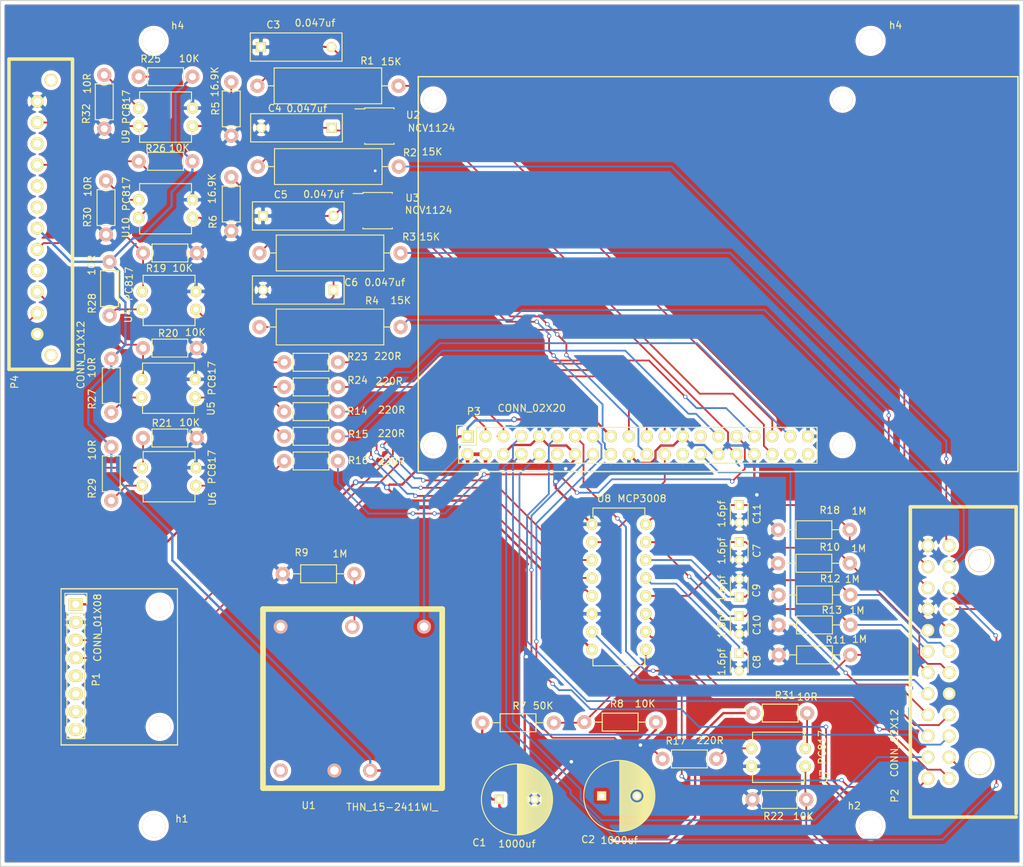
<source format=kicad_pcb>
(kicad_pcb (version 20171130) (host pcbnew 5.1.0-060a0da~80~ubuntu16.04.1)
  (layers (0 F.Cu signal) (31 B.Cu signal) (34 B.Paste user) (35 F.Paste user) (36 B.SilkS user) (37 F.SilkS user) (38 B.Mask user) (39 F.Mask user) (44 Edge.Cuts user))
  (net 0 "")
  (net 1 +12V)
  (net 2 GND)
  (net 3 +5V)
  (net 4 "Net-(C3-Pad2)")
  (net 5 "Net-(C4-Pad1)")
  (net 6 "Net-(C5-Pad2)")
  (net 7 "Net-(C6-Pad1)")
  (net 8 RV_THRO)
  (net 9 FL_BELL)
  (net 10 FR_BELL)
  (net 11 RL_BELL)
  (net 12 RR_BELL)
  (net 13 +3V3)
  (net 14 pin5)
  (net 15 pin3)
  (net 16 "Net-(P1-Pad5)")
  (net 17 "Net-(P1-Pad6)")
  (net 18 "Net-(P1-Pad7)")
  (net 19 "Net-(P1-Pad8)")
  (net 20 pin11)
  (net 21 pin15)
  (net 22 pin10)
  (net 23 ADC1)
  (net 24 SPARK)
  (net 25 pin7)
  (net 26 W_SPD2)
  (net 27 W_SPD4)
  (net 28 pin13)
  (net 29 pin8)
  (net 30 pin28)
  (net 31 ADC2)
  (net 32 VREF)
  (net 33 W_SPD1)
  (net 34 W_SPD3)
  (net 35 "Net-(P3-Pad12)")
  (net 36 pin16)
  (net 37 pin18)
  (net 38 pin19)
  (net 39 pin21)
  (net 40 pin22)
  (net 41 pin23)
  (net 42 pin24)
  (net 43 "Net-(P3-Pad26)")
  (net 44 "Net-(P3-Pad27)")
  (net 45 pin29)
  (net 46 pin31)
  (net 47 pin32)
  (net 48 pin33)
  (net 49 pin35)
  (net 50 pin36)
  (net 51 pin37)
  (net 52 "Net-(P3-Pad38)")
  (net 53 "Net-(P3-Pad40)")
  (net 54 NMOS_S_UP)
  (net 55 NMOS_S_DN)
  (net 56 "Net-(P4-Pad4)")
  (net 57 NMOS_PR)
  (net 58 "Net-(P4-Pad7)")
  (net 59 "Net-(P4-Pad8)")
  (net 60 1PMOS)
  (net 61 "Net-(P4-Pad10)")
  (net 62 3PMOS)
  (net 63 "Net-(R5-Pad1)")
  (net 64 "Net-(R6-Pad1)")
  (net 65 V_ADC)
  (net 66 "Net-(R9-Pad2)")
  (net 67 "Net-(R14-Pad1)")
  (net 68 "Net-(R15-Pad1)")
  (net 69 "Net-(R16-Pad1)")
  (net 70 "Net-(R17-Pad1)")
  (net 71 "Net-(R23-Pad1)")
  (net 72 "Net-(R24-Pad1)")
  (net 73 "Net-(R27-Pad2)")
  (net 74 "Net-(R28-Pad2)")
  (net 75 "Net-(R29-Pad2)")
  (net 76 "Net-(R30-Pad1)")
  (net 77 "Net-(R31-Pad2)")
  (net 78 "Net-(R32-Pad1)")
  (net 79 "Net-(U1-Pad6)")
  (net 80 "Net-(U2-Pad5)")
  (net 81 "Net-(U3-Pad5)")
  (module footprint:M_HOLE (layer F.Cu) (at 84.36 131.21)
    (fp_text reference REF** hide)
    (fp_text value M_HOLE hide)
    (pad "" thru_hole circle (at 0 0) (size 3 3) (drill 3) (layers *.Cu *.Mask F.SilkS))
  )
  (module footprint:M_HOLE (layer F.Cu) (at 84.36 114.165)
    (fp_text reference REF** hide)
    (fp_text value M_HOLE hide)
    (pad "" thru_hole circle (at 0 0) (size 3 3) (drill 3) (layers *.Cu *.Mask F.SilkS))
  )
  (module footprint:THN_15-2411WI (layer B.Cu) (at 99 114.5)
    (fp_text reference U1 (at 6.47 27.85) (layer F.SilkS))
    (fp_text value THN_15-2411WI_ (at 18.29 28.08) (layer F.SilkS))
    (pad 1 thru_hole circle (at 15.2 22.9) (size 2 2) (drill 1.2) (layers *.Cu *.Mask B.SilkS) (net 1 +12V))
    (pad 2 thru_hole circle (at 10.12 22.9) (size 2 2) (drill 1.2) (layers *.Cu *.Mask B.SilkS) (net 2 GND))
    (pad 6 thru_hole circle (at 2.5 22.9) (size 2 2) (drill 1.2) (layers *.Cu *.Mask B.SilkS) (net 79 "Net-(U1-Pad6)"))
    (pad 3 thru_hole circle (at 22.82 2.5) (size 2 2) (drill 1.2) (layers *.Cu *.Mask B.SilkS) (net 3 +5V))
    (pad 4 thru_hole circle (at 12.66 2.5) (size 2 2) (drill 1.2) (layers *.Cu *.Mask B.SilkS) (net 66 "Net-(R9-Pad2)"))
    (pad 5 thru_hole circle (at 2.5 2.5) (size 2 2) (drill 1.2) (layers *.Cu *.Mask B.SilkS) (net 2 GND))
  )
  (module footprint:M_HOLE (layer F.Cu) (at 181.15 42.25)
    (fp_text reference REF** hide)
    (fp_text value M_HOLE hide)
    (pad "" thru_hole circle (at 0 0) (size 2.75 2.75) (drill 2.75) (layers *.Cu *.Mask F.SilkS))
  )
  (module footprint:M_HOLE (layer F.Cu) (at 123.15 42.25)
    (fp_text reference REF** hide)
    (fp_text value M_HOLE hide)
    (pad "" thru_hole circle (at 0 0) (size 2.75 2.75) (drill 2.75) (layers *.Cu *.Mask F.SilkS))
  )
  (module footprint:M_HOLE (layer F.Cu) (at 123.15 91.27)
    (fp_text reference REF** hide)
    (fp_text value M_HOLE hide)
    (pad "" thru_hole circle (at 0 0) (size 2.75 2.75) (drill 2.75) (layers *.Cu *.Mask F.SilkS))
  )
  (module footprint:M_HOLE (layer F.Cu) (at 181.15 91.25)
    (fp_text reference e hide)
    (fp_text value M_HOLE hide)
    (pad "" thru_hole circle (at 0 0) (size 2.75 2.75) (drill 2.75) (layers *.Cu *.Mask F.SilkS))
  )
  (module footprint:connnector12-1 (layer F.Cu) (at 67 75.5 90)
    (fp_text reference P4 (at -6.8 -3.2 90) (layer F.SilkS))
    (fp_text value CONN_01X12 (at -2.95 6.175 90) (layer F.SilkS))
    (pad "" thru_hole circle (at 36 1.96 90) (size 1.8 1.8) (drill 1.27) (layers *.Cu *.Mask F.SilkS))
    (pad "" thru_hole circle (at -3 1.96 90) (size 1.8 1.8) (drill 1.27) (layers *.Cu *.Mask F.SilkS))
    (pad 12 thru_hole circle (at 33 0 90) (size 1.8 1.8) (drill 1.06) (layers *.Cu *.Mask F.SilkS) (net 2 GND))
    (pad 11 thru_hole circle (at 30 0 90) (size 1.8 1.8) (drill 1.06) (layers *.Cu *.Mask F.SilkS) (net 62 3PMOS))
    (pad 10 thru_hole circle (at 27 0 90) (size 1.8 1.8) (drill 1.06) (layers *.Cu *.Mask F.SilkS) (net 61 "Net-(P4-Pad10)"))
    (pad 9 thru_hole circle (at 24 0 90) (size 1.8 1.8) (drill 1.06) (layers *.Cu *.Mask F.SilkS) (net 60 1PMOS))
    (pad 8 thru_hole circle (at 21 0 90) (size 1.8 1.8) (drill 1.06) (layers *.Cu *.Mask F.SilkS) (net 59 "Net-(P4-Pad8)"))
    (pad 7 thru_hole circle (at 18 0 90) (size 1.8 1.8) (drill 1.06) (layers *.Cu *.Mask F.SilkS) (net 58 "Net-(P4-Pad7)"))
    (pad 6 thru_hole circle (at 15 0 90) (size 1.8 1.8) (drill 1.06) (layers *.Cu *.Mask F.SilkS) (net 1 +12V))
    (pad 5 thru_hole circle (at 12 0 90) (size 1.8 1.8) (drill 1.06) (layers *.Cu *.Mask F.SilkS) (net 57 NMOS_PR))
    (pad 4 thru_hole circle (at 9 0 90) (size 1.8 1.8) (drill 1.06) (layers *.Cu *.Mask F.SilkS) (net 56 "Net-(P4-Pad4)"))
    (pad 3 thru_hole circle (at 6 0 90) (size 1.8 1.8) (drill 1.06) (layers *.Cu *.Mask F.SilkS) (net 55 NMOS_S_DN))
    (pad 2 thru_hole circle (at 3 0 90) (size 1.8 1.8) (drill 1.06) (layers *.Cu *.Mask F.SilkS) (net 54 NMOS_S_UP))
    (pad 1 thru_hole circle (at 0 0 90) (size 1.8 1.8) (drill 1.06) (layers *.Cu *.Mask F.SilkS) (net 2 GND))
  )
  (module footprint:connect24_2_12 (layer F.Cu) (at 196.25 138.5 90)
    (fp_text reference P2 (at -2.47 -7.71 90) (layer F.SilkS))
    (fp_text value CONN_02X12 (at 5 -7.75 90) (layer F.SilkS))
    (pad "" thru_hole circle (at 30.85 4.32 90) (size 3.2 3.2) (drill 3) (layers *.Cu *.Mask F.SilkS))
    (pad "" thru_hole circle (at 2.15 4.32 90) (size 3.3 3.3) (drill 3) (layers *.Cu *.Mask F.SilkS))
    (pad 24 thru_hole circle (at 33 -3 90) (size 1.8 1.8) (drill 1.2) (layers *.Cu *.Mask F.SilkS) (net 2 GND))
    (pad 22 thru_hole circle (at 30 -3 90) (size 1.8 1.8) (drill 1.2) (layers *.Cu *.Mask F.SilkS) (net 34 W_SPD3))
    (pad 20 thru_hole circle (at 27 -3 90) (size 1.8 1.8) (drill 1.2) (layers *.Cu *.Mask F.SilkS) (net 33 W_SPD1))
    (pad 18 thru_hole circle (at 24 -3 90) (size 1.8 1.8) (drill 1.2) (layers *.Cu *.Mask F.SilkS) (net 2 GND))
    (pad 16 thru_hole circle (at 21 -3 90) (size 1.8 1.8) (drill 1.2) (layers *.Cu *.Mask F.SilkS) (net 2 GND))
    (pad 14 thru_hole circle (at 18 -3 90) (size 1.8 1.8) (drill 1.2) (layers *.Cu *.Mask F.SilkS) (net 11 RL_BELL))
    (pad 12 thru_hole circle (at 15 -3 90) (size 1.8 1.8) (drill 1.2) (layers *.Cu *.Mask F.SilkS) (net 9 FL_BELL))
    (pad 10 thru_hole circle (at 12 -3 90) (size 1.8 1.8) (drill 1.2) (layers *.Cu *.Mask F.SilkS) (net 32 VREF))
    (pad 8 thru_hole circle (at 9 -3 90) (size 1.8 1.8) (drill 1.2) (layers *.Cu *.Mask F.SilkS) (net 31 ADC2))
    (pad 6 thru_hole circle (at 6 -3 90) (size 1.8 1.8) (drill 1.2) (layers *.Cu *.Mask F.SilkS) (net 30 pin28))
    (pad 4 thru_hole circle (at 3 -3 90) (size 1.8 1.8) (drill 1.2) (layers *.Cu *.Mask F.SilkS) (net 29 pin8))
    (pad 2 thru_hole circle (at 0 -3 90) (size 1.8 1.8) (drill 1.2) (layers *.Cu *.Mask F.SilkS) (net 28 pin13))
    (pad 23 thru_hole circle (at 33 0 90) (size 1.8 1.8) (drill 1.2) (layers *.Cu *.Mask F.SilkS) (net 27 W_SPD4))
    (pad 21 thru_hole circle (at 30 0 90) (size 1.8 1.8) (drill 1.2) (layers *.Cu *.Mask F.SilkS) (net 26 W_SPD2))
    (pad 19 thru_hole circle (at 27 0 90) (size 1.8 1.8) (drill 1.2) (layers *.Cu *.Mask F.SilkS) (net 25 pin7))
    (pad 17 thru_hole circle (at 24 0 90) (size 1.8 1.8) (drill 1.2) (layers *.Cu *.Mask F.SilkS) (net 24 SPARK))
    (pad 15 thru_hole circle (at 21 0 90) (size 1.8 1.8) (drill 1.2) (layers *.Cu *.Mask F.SilkS) (net 12 RR_BELL))
    (pad 13 thru_hole circle (at 18 0 90) (size 1.8 1.8) (drill 1.2) (layers *.Cu *.Mask F.SilkS) (net 10 FR_BELL))
    (pad 11 thru_hole circle (at 15 0 90) (size 1.8 1.8) (drill 1.2) (layers *.Cu *.Mask F.SilkS) (net 8 RV_THRO))
    (pad 9 thru_hole circle (at 12 0 90) (size 1.8 1.8) (drill 1.2) (layers *.Cu *.Mask F.SilkS) (net 2 GND))
    (pad 7 thru_hole circle (at 9 0 90) (size 1.8 1.8) (drill 1.2) (layers *.Cu *.Mask F.SilkS) (net 23 ADC1))
    (pad 5 thru_hole circle (at 6 0 90) (size 1.8 1.8) (drill 1.2) (layers *.Cu *.Mask F.SilkS) (net 22 pin10))
    (pad 3 thru_hole circle (at 3 0 90) (size 1.8 1.8) (drill 1.2) (layers *.Cu *.Mask F.SilkS) (net 21 pin15))
    (pad 1 thru_hole circle (at 0 0 90) (size 1.8 1.8) (drill 1.2) (layers *.Cu *.Mask F.SilkS) (net 20 pin11))
  )
  (module footprint:M_HOLE (layer F.Cu) (at 185.125 33.92)
    (fp_text reference h4 (at 3.525 -2.21) (layer F.SilkS))
    (fp_text value M_HOLE hide)
    (pad 1 thru_hole circle (at 0 0) (size 3.2766 3.2766) (drill 3.2766) (layers *.Cu *.Mask F.SilkS))
  )
  (module footprint:M_HOLE (layer F.Cu) (at 83.515 145.23)
    (fp_text reference h1 (at 3.985 -0.98) (layer F.SilkS))
    (fp_text value M_HOLE hide)
    (pad 1 thru_hole circle (at 0 0) (size 3.2766 3.2766) (drill 3.2766) (layers *.Cu *.Mask F.SilkS))
  )
  (module footprint:M_HOLE (layer F.Cu) (at 83.515 33.92)
    (fp_text reference h4 (at 3.385 -2.17) (layer F.SilkS))
    (fp_text value M_HOLE hide)
    (pad 1 thru_hole circle (at 0 0) (size 3.2766 3.2766) (drill 3.2766) (layers *.Cu *.Mask F.SilkS))
  )
  (module footprint:M_HOLE (layer F.Cu) (at 185.125 145.23)
    (fp_text reference h2 (at -2.325 -2.83) (layer F.SilkS))
    (fp_text value M_HOLE hide)
    (pad 1 thru_hole circle (at 0 0) (size 3.2766 3.2766) (drill 3.2766) (layers *.Cu *.Mask F.SilkS))
  )
  (module Capacitors_ThroughHole:C_Radial_D10_L20_P5 (layer F.Cu) (at 132.5 141.5)
    (fp_text reference C1 (at -2.84 6.12) (layer F.SilkS))
    (fp_text value 1000uf (at 2.5 6.3) (layer F.SilkS))
    (pad 1 thru_hole rect (at 0 0) (size 1.3 1.3) (drill 0.8) (layers *.Cu *.Mask F.SilkS) (net 1 +12V))
    (pad 2 thru_hole circle (at 5 0) (size 1.3 1.3) (drill 0.8) (layers *.Cu *.Mask F.SilkS) (net 2 GND))
  )
  (module Capacitors_ThroughHole:C_Radial_D10_L20_P5 (layer F.Cu) (at 147 141)
    (fp_text reference C2 (at -1.92 6.17) (layer F.SilkS))
    (fp_text value 1000uf (at 2.5 6.3) (layer F.SilkS))
    (pad 1 thru_hole rect (at 0 0) (size 1.3 1.3) (drill 0.8) (layers *.Cu *.Mask F.SilkS) (net 3 +5V))
    (pad 2 thru_hole circle (at 5 0) (size 1.3 1.3) (drill 0.8) (layers *.Cu *.Mask F.SilkS) (net 2 GND))
  )
  (module Capacitors_ThroughHole:C_Rect_L13_W4_P10 (layer F.Cu) (at 98.7 34.8)
    (fp_text reference C3 (at 1.76 -3.16) (layer F.SilkS))
    (fp_text value 0.047uf (at 7.68 -3.42) (layer F.SilkS))
    (pad 1 thru_hole rect (at 0 0) (size 1.4 1.4) (drill 0.9) (layers *.Cu *.Mask F.SilkS) (net 2 GND))
    (pad 2 thru_hole circle (at 10 0) (size 1.4 1.4) (drill 0.9) (layers *.Cu *.Mask F.SilkS) (net 4 "Net-(C3-Pad2)"))
  )
  (module Capacitors_ThroughHole:C_Rect_L13_W4_P10 (layer F.Cu) (at 108.75 46.25 180)
    (fp_text reference C4 (at 8.08 2.78 180) (layer F.SilkS))
    (fp_text value 0.047uf (at 3.54 2.73 180) (layer F.SilkS))
    (pad 1 thru_hole rect (at 0 0 180) (size 1.4 1.4) (drill 0.9) (layers *.Cu *.Mask F.SilkS) (net 5 "Net-(C4-Pad1)"))
    (pad 2 thru_hole circle (at 10 0 180) (size 1.4 1.4) (drill 0.9) (layers *.Cu *.Mask F.SilkS) (net 2 GND))
  )
  (module Capacitors_ThroughHole:C_Rect_L13_W4_P10 (layer F.Cu) (at 99 58.75)
    (fp_text reference C5 (at 2.51 -3.02) (layer F.SilkS))
    (fp_text value 0.047uf (at 8.59 -3.07) (layer F.SilkS))
    (pad 1 thru_hole rect (at 0 0) (size 1.4 1.4) (drill 0.9) (layers *.Cu *.Mask F.SilkS) (net 2 GND))
    (pad 2 thru_hole circle (at 10 0) (size 1.4 1.4) (drill 0.9) (layers *.Cu *.Mask F.SilkS) (net 6 "Net-(C5-Pad2)"))
  )
  (module Capacitors_ThroughHole:C_Rect_L13_W4_P10 (layer F.Cu) (at 109 69.25 180)
    (fp_text reference C6 (at -2.5 1.07 180) (layer F.SilkS))
    (fp_text value 0.047uf (at -7.26 1.07 180) (layer F.SilkS))
    (pad 1 thru_hole rect (at 0 0 180) (size 1.4 1.4) (drill 0.9) (layers *.Cu *.Mask F.SilkS) (net 7 "Net-(C6-Pad1)"))
    (pad 2 thru_hole circle (at 10 0 180) (size 1.4 1.4) (drill 0.9) (layers *.Cu *.Mask F.SilkS) (net 2 GND))
  )
  (module Capacitors_ThroughHole:C_Disc_D3_P2.5 (layer F.Cu) (at 166.5 105 270)
    (fp_text reference C7 (at 1.25 -2.5 270) (layer F.SilkS))
    (fp_text value 1.6pf (at 1.25 2.5 270) (layer F.SilkS))
    (pad 1 thru_hole rect (at 0 0 270) (size 1.3 1.3) (drill 0.8) (layers *.Cu *.Mask F.SilkS) (net 8 RV_THRO))
    (pad 2 thru_hole circle (at 2.5 0 270) (size 1.3 1.3) (drill 0.8001) (layers *.Cu *.Mask F.SilkS) (net 2 GND))
  )
  (module Capacitors_ThroughHole:C_Disc_D3_P2.5 (layer F.Cu) (at 166.5 120.75 270)
    (fp_text reference C8 (at 1.25 -2.5 270) (layer F.SilkS))
    (fp_text value 1.6pf (at 1.25 2.5 270) (layer F.SilkS))
    (pad 1 thru_hole rect (at 0 0 270) (size 1.3 1.3) (drill 0.8) (layers *.Cu *.Mask F.SilkS) (net 9 FL_BELL))
    (pad 2 thru_hole circle (at 2.5 0 270) (size 1.3 1.3) (drill 0.8001) (layers *.Cu *.Mask F.SilkS) (net 2 GND))
  )
  (module Capacitors_ThroughHole:C_Disc_D3_P2.5 (layer F.Cu) (at 166.5 112.75 90)
    (fp_text reference C9 (at 0.88 2.44 90) (layer F.SilkS))
    (fp_text value 1.6pf (at 1.18 -2.5 90) (layer F.SilkS))
    (pad 1 thru_hole rect (at 0 0 90) (size 1.3 1.3) (drill 0.8) (layers *.Cu *.Mask F.SilkS) (net 10 FR_BELL))
    (pad 2 thru_hole circle (at 2.5 0 90) (size 1.3 1.3) (drill 0.8001) (layers *.Cu *.Mask F.SilkS) (net 2 GND))
  )
  (module Capacitors_ThroughHole:C_Disc_D3_P2.5 (layer F.Cu) (at 166.5 115.5 270)
    (fp_text reference C10 (at 1.25 -2.5 270) (layer F.SilkS))
    (fp_text value 1.6pf (at 1.25 2.5 270) (layer F.SilkS))
    (pad 1 thru_hole rect (at 0 0 270) (size 1.3 1.3) (drill 0.8) (layers *.Cu *.Mask F.SilkS) (net 11 RL_BELL))
    (pad 2 thru_hole circle (at 2.5 0 270) (size 1.3 1.3) (drill 0.8001) (layers *.Cu *.Mask F.SilkS) (net 2 GND))
  )
  (module Capacitors_ThroughHole:C_Disc_D3_P2.5 (layer F.Cu) (at 166.5 99.75 270)
    (fp_text reference C11 (at 1.25 -2.5 270) (layer F.SilkS))
    (fp_text value 1.6pf (at 1.25 2.5 270) (layer F.SilkS))
    (pad 1 thru_hole rect (at 0 0 270) (size 1.3 1.3) (drill 0.8) (layers *.Cu *.Mask F.SilkS) (net 12 RR_BELL))
    (pad 2 thru_hole circle (at 2.5 0 270) (size 1.3 1.3) (drill 0.8001) (layers *.Cu *.Mask F.SilkS) (net 2 GND))
  )
  (module Socket_Strips:Socket_Strip_Straight_1x08 (layer F.Cu) (at 72.475 113.825 270)
    (fp_text reference P1 (at 10.665 -2.865 270) (layer F.SilkS))
    (fp_text value CONN_01X08 (at 3.315 -3.075 270) (layer F.SilkS))
    (pad 1 thru_hole rect (at 0 0 270) (size 1.7272 2.032) (drill 1.016) (layers *.Cu *.Mask F.SilkS) (net 13 +3V3))
    (pad 2 thru_hole oval (at 2.54 0 270) (size 1.7272 2.032) (drill 1.016) (layers *.Cu *.Mask F.SilkS) (net 2 GND))
    (pad 3 thru_hole oval (at 5.08 0 270) (size 1.7272 2.032) (drill 1.016) (layers *.Cu *.Mask F.SilkS) (net 14 pin5))
    (pad 4 thru_hole oval (at 7.62 0 270) (size 1.7272 2.032) (drill 1.016) (layers *.Cu *.Mask F.SilkS) (net 15 pin3))
    (pad 5 thru_hole oval (at 10.16 0 270) (size 1.7272 2.032) (drill 1.016) (layers *.Cu *.Mask F.SilkS) (net 16 "Net-(P1-Pad5)"))
    (pad 6 thru_hole oval (at 12.7 0 270) (size 1.7272 2.032) (drill 1.016) (layers *.Cu *.Mask F.SilkS) (net 17 "Net-(P1-Pad6)"))
    (pad 7 thru_hole oval (at 15.24 0 270) (size 1.7272 2.032) (drill 1.016) (layers *.Cu *.Mask F.SilkS) (net 18 "Net-(P1-Pad7)"))
    (pad 8 thru_hole oval (at 17.78 0 270) (size 1.7272 2.032) (drill 1.016) (layers *.Cu *.Mask F.SilkS) (net 19 "Net-(P1-Pad8)"))
  )
  (module Socket_Strips:Socket_Strip_Straight_2x20 (layer F.Cu) (at 128 90)
    (fp_text reference P3 (at 0.88 -3.54) (layer F.SilkS))
    (fp_text value CONN_02X20 (at 9.09 -3.99) (layer F.SilkS))
    (pad 1 thru_hole rect (at 0 0) (size 1.7272 1.7272) (drill 1.016) (layers *.Cu *.Mask F.SilkS) (net 13 +3V3))
    (pad 2 thru_hole oval (at 0 2.54) (size 1.7272 1.7272) (drill 1.016) (layers *.Cu *.Mask F.SilkS) (net 3 +5V))
    (pad 3 thru_hole oval (at 2.54 0) (size 1.7272 1.7272) (drill 1.016) (layers *.Cu *.Mask F.SilkS) (net 15 pin3))
    (pad 4 thru_hole oval (at 2.54 2.54) (size 1.7272 1.7272) (drill 1.016) (layers *.Cu *.Mask F.SilkS) (net 3 +5V))
    (pad 5 thru_hole oval (at 5.08 0) (size 1.7272 1.7272) (drill 1.016) (layers *.Cu *.Mask F.SilkS) (net 14 pin5))
    (pad 6 thru_hole oval (at 5.08 2.54) (size 1.7272 1.7272) (drill 1.016) (layers *.Cu *.Mask F.SilkS) (net 2 GND))
    (pad 7 thru_hole oval (at 7.62 0) (size 1.7272 1.7272) (drill 1.016) (layers *.Cu *.Mask F.SilkS) (net 25 pin7))
    (pad 8 thru_hole oval (at 7.62 2.54) (size 1.7272 1.7272) (drill 1.016) (layers *.Cu *.Mask F.SilkS) (net 29 pin8))
    (pad 9 thru_hole oval (at 10.16 0) (size 1.7272 1.7272) (drill 1.016) (layers *.Cu *.Mask F.SilkS) (net 2 GND))
    (pad 10 thru_hole oval (at 10.16 2.54) (size 1.7272 1.7272) (drill 1.016) (layers *.Cu *.Mask F.SilkS) (net 22 pin10))
    (pad 11 thru_hole oval (at 12.7 0) (size 1.7272 1.7272) (drill 1.016) (layers *.Cu *.Mask F.SilkS) (net 20 pin11))
    (pad 12 thru_hole oval (at 12.7 2.54) (size 1.7272 1.7272) (drill 1.016) (layers *.Cu *.Mask F.SilkS) (net 35 "Net-(P3-Pad12)"))
    (pad 13 thru_hole oval (at 15.24 0) (size 1.7272 1.7272) (drill 1.016) (layers *.Cu *.Mask F.SilkS) (net 28 pin13))
    (pad 14 thru_hole oval (at 15.24 2.54) (size 1.7272 1.7272) (drill 1.016) (layers *.Cu *.Mask F.SilkS) (net 2 GND))
    (pad 15 thru_hole oval (at 17.78 0) (size 1.7272 1.7272) (drill 1.016) (layers *.Cu *.Mask F.SilkS) (net 21 pin15))
    (pad 16 thru_hole oval (at 17.78 2.54) (size 1.7272 1.7272) (drill 1.016) (layers *.Cu *.Mask F.SilkS) (net 36 pin16))
    (pad 17 thru_hole oval (at 20.32 0) (size 1.7272 1.7272) (drill 1.016) (layers *.Cu *.Mask F.SilkS) (net 13 +3V3))
    (pad 18 thru_hole oval (at 20.32 2.54) (size 1.7272 1.7272) (drill 1.016) (layers *.Cu *.Mask F.SilkS) (net 37 pin18))
    (pad 19 thru_hole oval (at 22.86 0) (size 1.7272 1.7272) (drill 1.016) (layers *.Cu *.Mask F.SilkS) (net 38 pin19))
    (pad 20 thru_hole oval (at 22.86 2.54) (size 1.7272 1.7272) (drill 1.016) (layers *.Cu *.Mask F.SilkS) (net 2 GND))
    (pad 21 thru_hole oval (at 25.4 0) (size 1.7272 1.7272) (drill 1.016) (layers *.Cu *.Mask F.SilkS) (net 39 pin21))
    (pad 22 thru_hole oval (at 25.4 2.54) (size 1.7272 1.7272) (drill 1.016) (layers *.Cu *.Mask F.SilkS) (net 40 pin22))
    (pad 23 thru_hole oval (at 27.94 0) (size 1.7272 1.7272) (drill 1.016) (layers *.Cu *.Mask F.SilkS) (net 41 pin23))
    (pad 24 thru_hole oval (at 27.94 2.54) (size 1.7272 1.7272) (drill 1.016) (layers *.Cu *.Mask F.SilkS) (net 42 pin24))
    (pad 25 thru_hole oval (at 30.48 0) (size 1.7272 1.7272) (drill 1.016) (layers *.Cu *.Mask F.SilkS) (net 2 GND))
    (pad 26 thru_hole oval (at 30.48 2.54) (size 1.7272 1.7272) (drill 1.016) (layers *.Cu *.Mask F.SilkS) (net 43 "Net-(P3-Pad26)"))
    (pad 27 thru_hole oval (at 33.02 0) (size 1.7272 1.7272) (drill 1.016) (layers *.Cu *.Mask F.SilkS) (net 44 "Net-(P3-Pad27)"))
    (pad 28 thru_hole oval (at 33.02 2.54) (size 1.7272 1.7272) (drill 1.016) (layers *.Cu *.Mask F.SilkS) (net 30 pin28))
    (pad 29 thru_hole oval (at 35.56 0) (size 1.7272 1.7272) (drill 1.016) (layers *.Cu *.Mask F.SilkS) (net 45 pin29))
    (pad 30 thru_hole oval (at 35.56 2.54) (size 1.7272 1.7272) (drill 1.016) (layers *.Cu *.Mask F.SilkS) (net 2 GND))
    (pad 31 thru_hole oval (at 38.1 0) (size 1.7272 1.7272) (drill 1.016) (layers *.Cu *.Mask F.SilkS) (net 46 pin31))
    (pad 32 thru_hole oval (at 38.1 2.54) (size 1.7272 1.7272) (drill 1.016) (layers *.Cu *.Mask F.SilkS) (net 47 pin32))
    (pad 33 thru_hole oval (at 40.64 0) (size 1.7272 1.7272) (drill 1.016) (layers *.Cu *.Mask F.SilkS) (net 48 pin33))
    (pad 34 thru_hole oval (at 40.64 2.54) (size 1.7272 1.7272) (drill 1.016) (layers *.Cu *.Mask F.SilkS) (net 2 GND))
    (pad 35 thru_hole oval (at 43.18 0) (size 1.7272 1.7272) (drill 1.016) (layers *.Cu *.Mask F.SilkS) (net 49 pin35))
    (pad 36 thru_hole oval (at 43.18 2.54) (size 1.7272 1.7272) (drill 1.016) (layers *.Cu *.Mask F.SilkS) (net 50 pin36))
    (pad 37 thru_hole oval (at 45.72 0) (size 1.7272 1.7272) (drill 1.016) (layers *.Cu *.Mask F.SilkS) (net 51 pin37))
    (pad 38 thru_hole oval (at 45.72 2.54) (size 1.7272 1.7272) (drill 1.016) (layers *.Cu *.Mask F.SilkS) (net 52 "Net-(P3-Pad38)"))
    (pad 39 thru_hole oval (at 48.26 0) (size 1.7272 1.7272) (drill 1.016) (layers *.Cu *.Mask F.SilkS) (net 2 GND))
    (pad 40 thru_hole oval (at 48.26 2.54) (size 1.7272 1.7272) (drill 1.016) (layers *.Cu *.Mask F.SilkS) (net 53 "Net-(P3-Pad40)"))
  )
  (module Resistors_ThroughHole:Resistor_Horizontal_RM20mm (layer F.Cu) (at 98.2 40.3)
    (fp_text reference R1 (at 15.57 -3.55) (layer F.SilkS))
    (fp_text value 15K (at 18.97 -3.43) (layer F.SilkS))
    (pad 1 thru_hole circle (at 0 0) (size 1.99898 1.99898) (drill 1.00076) (layers *.Cu *.SilkS *.Mask) (net 4 "Net-(C3-Pad2)"))
    (pad 2 thru_hole circle (at 20 0) (size 1.99898 1.99898) (drill 1.00076) (layers *.Cu *.SilkS *.Mask) (net 34 W_SPD3))
  )
  (module Resistors_ThroughHole:Resistor_Horizontal_RM20mm (layer F.Cu) (at 98.25 51.75)
    (fp_text reference R2 (at 21.57 -1.97) (layer F.SilkS))
    (fp_text value 15K (at 24.72 -2.1) (layer F.SilkS))
    (pad 1 thru_hole circle (at 0 0) (size 1.99898 1.99898) (drill 1.00076) (layers *.Cu *.SilkS *.Mask) (net 5 "Net-(C4-Pad1)"))
    (pad 2 thru_hole circle (at 20 0) (size 1.99898 1.99898) (drill 1.00076) (layers *.Cu *.SilkS *.Mask) (net 27 W_SPD4))
  )
  (module Resistors_ThroughHole:Resistor_Horizontal_RM20mm (layer F.Cu) (at 98.5 64)
    (fp_text reference R3 (at 21.21 -2.28) (layer F.SilkS))
    (fp_text value 15K (at 24.14 -2.28) (layer F.SilkS))
    (pad 1 thru_hole circle (at 0 0) (size 1.99898 1.99898) (drill 1.00076) (layers *.Cu *.SilkS *.Mask) (net 6 "Net-(C5-Pad2)"))
    (pad 2 thru_hole circle (at 20 0) (size 1.99898 1.99898) (drill 1.00076) (layers *.Cu *.SilkS *.Mask) (net 33 W_SPD1))
  )
  (module Resistors_ThroughHole:Resistor_Horizontal_RM20mm (layer F.Cu) (at 98.5 74.5)
    (fp_text reference R4 (at 15.95 -3.72) (layer F.SilkS))
    (fp_text value 15K (at 20.02 -3.77) (layer F.SilkS))
    (pad 1 thru_hole circle (at 0 0) (size 1.99898 1.99898) (drill 1.00076) (layers *.Cu *.SilkS *.Mask) (net 7 "Net-(C6-Pad1)"))
    (pad 2 thru_hole circle (at 20 0) (size 1.99898 1.99898) (drill 1.00076) (layers *.Cu *.SilkS *.Mask) (net 26 W_SPD2))
  )
  (module Resistors_ThroughHole:Resistor_Horizontal_RM7mm (layer F.Cu) (at 94.5 39.75 270)
    (fp_text reference R5 (at 3.77 2.22 270) (layer F.SilkS))
    (fp_text value 16.9K (at -0.03 2.33 270) (layer F.SilkS))
    (pad 1 thru_hole circle (at 0 0 270) (size 1.99898 1.99898) (drill 1.00076) (layers *.Cu *.SilkS *.Mask) (net 63 "Net-(R5-Pad1)"))
    (pad 2 thru_hole circle (at 7.62 0 270) (size 1.99898 1.99898) (drill 1.00076) (layers *.Cu *.SilkS *.Mask) (net 2 GND))
  )
  (module Resistors_ThroughHole:Resistor_Horizontal_RM7mm (layer F.Cu) (at 94.5 53.25 270)
    (fp_text reference R6 (at 6.34 2.59 270) (layer F.SilkS))
    (fp_text value 16.9K (at 1.63 2.72 270) (layer F.SilkS))
    (pad 1 thru_hole circle (at 0 0 270) (size 1.99898 1.99898) (drill 1.00076) (layers *.Cu *.SilkS *.Mask) (net 64 "Net-(R6-Pad1)"))
    (pad 2 thru_hole circle (at 7.62 0 270) (size 1.99898 1.99898) (drill 1.00076) (layers *.Cu *.SilkS *.Mask) (net 2 GND))
  )
  (module Resistors_ThroughHole:Resistor_Horizontal_RM10mm (layer F.Cu) (at 140.23 130.62 180)
    (fp_text reference R7 (at 4.89 2.38 180) (layer F.SilkS))
    (fp_text value 50K (at 1.52 2.41 180) (layer F.SilkS))
    (pad 1 thru_hole circle (at 0 0 180) (size 1.99898 1.99898) (drill 1.00076) (layers *.Cu *.SilkS *.Mask) (net 65 V_ADC))
    (pad 2 thru_hole circle (at 10.16 0 180) (size 1.99898 1.99898) (drill 1.00076) (layers *.Cu *.SilkS *.Mask) (net 1 +12V))
  )
  (module Resistors_ThroughHole:Resistor_Horizontal_RM10mm (layer F.Cu) (at 154.7 130.53 180)
    (fp_text reference R8 (at 5.55 2.6 180) (layer F.SilkS))
    (fp_text value 10K (at 1.54 2.6 180) (layer F.SilkS))
    (pad 1 thru_hole circle (at 0 0 180) (size 1.99898 1.99898) (drill 1.00076) (layers *.Cu *.SilkS *.Mask) (net 2 GND))
    (pad 2 thru_hole circle (at 10.16 0 180) (size 1.99898 1.99898) (drill 1.00076) (layers *.Cu *.SilkS *.Mask) (net 65 V_ADC))
  )
  (module Resistors_ThroughHole:Resistor_Horizontal_RM10mm (layer F.Cu) (at 101.8 109.5)
    (fp_text reference R9 (at 2.66 -3.01) (layer F.SilkS))
    (fp_text value 1M (at 8.11 -2.83) (layer F.SilkS))
    (pad 1 thru_hole circle (at 0 0) (size 1.99898 1.99898) (drill 1.00076) (layers *.Cu *.SilkS *.Mask) (net 2 GND))
    (pad 2 thru_hole circle (at 10.16 0) (size 1.99898 1.99898) (drill 1.00076) (layers *.Cu *.SilkS *.Mask) (net 66 "Net-(R9-Pad2)"))
  )
  (module Resistors_ThroughHole:Resistor_Horizontal_RM10mm (layer F.Cu) (at 172 108)
    (fp_text reference R10 (at 7.33 -2.3) (layer F.SilkS))
    (fp_text value 1M (at 11.42 -2.08) (layer F.SilkS))
    (pad 1 thru_hole circle (at 0 0) (size 1.99898 1.99898) (drill 1.00076) (layers *.Cu *.SilkS *.Mask) (net 2 GND))
    (pad 2 thru_hole circle (at 10.16 0) (size 1.99898 1.99898) (drill 1.00076) (layers *.Cu *.SilkS *.Mask) (net 8 RV_THRO))
  )
  (module Resistors_ThroughHole:Resistor_Horizontal_RM10mm (layer F.Cu) (at 182.25 121 180)
    (fp_text reference R11 (at 2.06 2.13 180) (layer F.SilkS))
    (fp_text value 1M (at -1.3 2.23 180) (layer F.SilkS))
    (pad 1 thru_hole circle (at 0 0 180) (size 1.99898 1.99898) (drill 1.00076) (layers *.Cu *.SilkS *.Mask) (net 9 FL_BELL))
    (pad 2 thru_hole circle (at 10.16 0 180) (size 1.99898 1.99898) (drill 1.00076) (layers *.Cu *.SilkS *.Mask) (net 2 GND))
  )
  (module Resistors_ThroughHole:Resistor_Horizontal_RM10mm (layer F.Cu) (at 182.25 112.5 180)
    (fp_text reference R12 (at 2.86 2.3 180) (layer F.SilkS))
    (fp_text value 1M (at -0.28 2.24 180) (layer F.SilkS))
    (pad 1 thru_hole circle (at 0 0 180) (size 1.99898 1.99898) (drill 1.00076) (layers *.Cu *.SilkS *.Mask) (net 10 FR_BELL))
    (pad 2 thru_hole circle (at 10.16 0 180) (size 1.99898 1.99898) (drill 1.00076) (layers *.Cu *.SilkS *.Mask) (net 2 GND))
  )
  (module Resistors_ThroughHole:Resistor_Horizontal_RM10mm (layer F.Cu) (at 182.25 116.75 180)
    (fp_text reference R13 (at 2.62 2.11 180) (layer F.SilkS))
    (fp_text value 1M (at -0.95 2.03 180) (layer F.SilkS))
    (pad 1 thru_hole circle (at 0 0 180) (size 1.99898 1.99898) (drill 1.00076) (layers *.Cu *.SilkS *.Mask) (net 11 RL_BELL))
    (pad 2 thru_hole circle (at 10.16 0 180) (size 1.99898 1.99898) (drill 1.00076) (layers *.Cu *.SilkS *.Mask) (net 2 GND))
  )
  (module Resistors_ThroughHole:Resistor_Horizontal_RM7mm (layer F.Cu) (at 102 86.5)
    (fp_text reference R14 (at 10.38 -0.08) (layer F.SilkS))
    (fp_text value 220R (at 15.24 -0.24) (layer F.SilkS))
    (pad 1 thru_hole circle (at 0 0) (size 1.99898 1.99898) (drill 1.00076) (layers *.Cu *.SilkS *.Mask) (net 67 "Net-(R14-Pad1)"))
    (pad 2 thru_hole circle (at 7.62 0) (size 1.99898 1.99898) (drill 1.00076) (layers *.Cu *.SilkS *.Mask) (net 51 pin37))
  )
  (module Resistors_ThroughHole:Resistor_Horizontal_RM7mm (layer F.Cu) (at 102 90)
    (fp_text reference R15 (at 10.5 -0.29) (layer F.SilkS))
    (fp_text value 220R (at 15.2 -0.4) (layer F.SilkS))
    (pad 1 thru_hole circle (at 0 0) (size 1.99898 1.99898) (drill 1.00076) (layers *.Cu *.SilkS *.Mask) (net 68 "Net-(R15-Pad1)"))
    (pad 2 thru_hole circle (at 7.62 0) (size 1.99898 1.99898) (drill 1.00076) (layers *.Cu *.SilkS *.Mask) (net 45 pin29))
  )
  (module Resistors_ThroughHole:Resistor_Horizontal_RM7mm (layer F.Cu) (at 102 93.5)
    (fp_text reference R16 (at 10.5 -0.08) (layer F.SilkS))
    (fp_text value 220R (at 15.2 0.03) (layer F.SilkS))
    (pad 1 thru_hole circle (at 0 0) (size 1.99898 1.99898) (drill 1.00076) (layers *.Cu *.SilkS *.Mask) (net 69 "Net-(R16-Pad1)"))
    (pad 2 thru_hole circle (at 7.62 0) (size 1.99898 1.99898) (drill 1.00076) (layers *.Cu *.SilkS *.Mask) (net 46 pin31))
  )
  (module Resistors_ThroughHole:Resistor_Horizontal_RM7mm (layer F.Cu) (at 163.25 135.75 180)
    (fp_text reference R17 (at 5.73 2.55 180) (layer F.SilkS))
    (fp_text value 220R (at 0.88 2.62 180) (layer F.SilkS))
    (pad 1 thru_hole circle (at 0 0 180) (size 1.99898 1.99898) (drill 1.00076) (layers *.Cu *.SilkS *.Mask) (net 70 "Net-(R17-Pad1)"))
    (pad 2 thru_hole circle (at 7.62 0 180) (size 1.99898 1.99898) (drill 1.00076) (layers *.Cu *.SilkS *.Mask) (net 36 pin16))
  )
  (module Resistors_ThroughHole:Resistor_Horizontal_RM10mm (layer F.Cu) (at 172 103.25)
    (fp_text reference R18 (at 7.33 -2.77) (layer F.SilkS))
    (fp_text value 1M (at 11.48 -2.65) (layer F.SilkS))
    (pad 1 thru_hole circle (at 0 0) (size 1.99898 1.99898) (drill 1.00076) (layers *.Cu *.SilkS *.Mask) (net 2 GND))
    (pad 2 thru_hole circle (at 10.16 0) (size 1.99898 1.99898) (drill 1.00076) (layers *.Cu *.SilkS *.Mask) (net 12 RR_BELL))
  )
  (module Resistors_ThroughHole:Resistor_Horizontal_RM7mm (layer F.Cu) (at 82 64)
    (fp_text reference R19 (at 1.85 2.18) (layer F.SilkS))
    (fp_text value 10K (at 5.61 2.15) (layer F.SilkS))
    (pad 1 thru_hole circle (at 0 0) (size 1.99898 1.99898) (drill 1.00076) (layers *.Cu *.SilkS *.Mask) (net 57 NMOS_PR))
    (pad 2 thru_hole circle (at 7.62 0) (size 1.99898 1.99898) (drill 1.00076) (layers *.Cu *.SilkS *.Mask) (net 2 GND))
  )
  (module Resistors_ThroughHole:Resistor_Horizontal_RM7mm (layer F.Cu) (at 81.99 77.49)
    (fp_text reference R20 (at 3.58 -2.1) (layer F.SilkS))
    (fp_text value 10K (at 7.42 -2.24) (layer F.SilkS))
    (pad 1 thru_hole circle (at 0 0) (size 1.99898 1.99898) (drill 1.00076) (layers *.Cu *.SilkS *.Mask) (net 55 NMOS_S_DN))
    (pad 2 thru_hole circle (at 7.62 0) (size 1.99898 1.99898) (drill 1.00076) (layers *.Cu *.SilkS *.Mask) (net 2 GND))
  )
  (module Resistors_ThroughHole:Resistor_Horizontal_RM7mm (layer F.Cu) (at 81.99 90.24)
    (fp_text reference R21 (at 2.69 -2.11) (layer F.SilkS))
    (fp_text value 10K (at 6.61 -2.19) (layer F.SilkS))
    (pad 1 thru_hole circle (at 0 0) (size 1.99898 1.99898) (drill 1.00076) (layers *.Cu *.SilkS *.Mask) (net 54 NMOS_S_UP))
    (pad 2 thru_hole circle (at 7.62 0) (size 1.99898 1.99898) (drill 1.00076) (layers *.Cu *.SilkS *.Mask) (net 2 GND))
  )
  (module Resistors_ThroughHole:Resistor_Horizontal_RM7mm (layer F.Cu) (at 176 141.5 180)
    (fp_text reference R22 (at 4.64 -2.38 180) (layer F.SilkS))
    (fp_text value 10K (at 0.42 -2.38 180) (layer F.SilkS))
    (pad 1 thru_hole circle (at 0 0 180) (size 1.99898 1.99898) (drill 1.00076) (layers *.Cu *.SilkS *.Mask) (net 24 SPARK))
    (pad 2 thru_hole circle (at 7.62 0 180) (size 1.99898 1.99898) (drill 1.00076) (layers *.Cu *.SilkS *.Mask) (net 2 GND))
  )
  (module Resistors_ThroughHole:Resistor_Horizontal_RM7mm (layer F.Cu) (at 102 79.5)
    (fp_text reference R23 (at 10.38 -0.79) (layer F.SilkS))
    (fp_text value 220R (at 14.69 -0.85) (layer F.SilkS))
    (pad 1 thru_hole circle (at 0 0) (size 1.99898 1.99898) (drill 1.00076) (layers *.Cu *.SilkS *.Mask) (net 71 "Net-(R23-Pad1)"))
    (pad 2 thru_hole circle (at 7.62 0) (size 1.99898 1.99898) (drill 1.00076) (layers *.Cu *.SilkS *.Mask) (net 47 pin32))
  )
  (module Resistors_ThroughHole:Resistor_Horizontal_RM7mm (layer F.Cu) (at 102 83)
    (fp_text reference R24 (at 10.41 -0.95) (layer F.SilkS))
    (fp_text value 220R (at 14.88 -0.82) (layer F.SilkS))
    (pad 1 thru_hole circle (at 0 0) (size 1.99898 1.99898) (drill 1.00076) (layers *.Cu *.SilkS *.Mask) (net 72 "Net-(R24-Pad1)"))
    (pad 2 thru_hole circle (at 7.62 0) (size 1.99898 1.99898) (drill 1.00076) (layers *.Cu *.SilkS *.Mask) (net 48 pin33))
  )
  (module Resistors_ThroughHole:Resistor_Horizontal_RM7mm (layer F.Cu) (at 89 39 180)
    (fp_text reference R25 (at 5.92 2.52 180) (layer F.SilkS))
    (fp_text value 10K (at 0.46 2.56 180) (layer F.SilkS))
    (pad 1 thru_hole circle (at 0 0 180) (size 1.99898 1.99898) (drill 1.00076) (layers *.Cu *.SilkS *.Mask) (net 1 +12V))
    (pad 2 thru_hole circle (at 7.62 0 180) (size 1.99898 1.99898) (drill 1.00076) (layers *.Cu *.SilkS *.Mask) (net 62 3PMOS))
  )
  (module Resistors_ThroughHole:Resistor_Horizontal_RM7mm (layer F.Cu) (at 89 51 180)
    (fp_text reference R26 (at 5.22 1.83 180) (layer F.SilkS))
    (fp_text value 10K (at 1.87 1.89 180) (layer F.SilkS))
    (pad 1 thru_hole circle (at 0 0 180) (size 1.99898 1.99898) (drill 1.00076) (layers *.Cu *.SilkS *.Mask) (net 1 +12V))
    (pad 2 thru_hole circle (at 7.62 0 180) (size 1.99898 1.99898) (drill 1.00076) (layers *.Cu *.SilkS *.Mask) (net 60 1PMOS))
  )
  (module Resistors_ThroughHole:Resistor_Horizontal_RM7mm (layer F.Cu) (at 77.5 79 270)
    (fp_text reference R27 (at 5.74 2.72 270) (layer F.SilkS))
    (fp_text value 10R (at 1.25 2.77 270) (layer F.SilkS))
    (pad 1 thru_hole circle (at 0 0 270) (size 1.99898 1.99898) (drill 1.00076) (layers *.Cu *.SilkS *.Mask) (net 1 +12V))
    (pad 2 thru_hole circle (at 7.62 0 270) (size 1.99898 1.99898) (drill 1.00076) (layers *.Cu *.SilkS *.Mask) (net 73 "Net-(R27-Pad2)"))
  )
  (module Resistors_ThroughHole:Resistor_Horizontal_RM7mm (layer F.Cu) (at 77.25 65.25 270)
    (fp_text reference R28 (at 5.9 2.47 270) (layer F.SilkS))
    (fp_text value 10R (at 0.48 2.54 270) (layer F.SilkS))
    (pad 1 thru_hole circle (at 0 0 270) (size 1.99898 1.99898) (drill 1.00076) (layers *.Cu *.SilkS *.Mask) (net 1 +12V))
    (pad 2 thru_hole circle (at 7.62 0 270) (size 1.99898 1.99898) (drill 1.00076) (layers *.Cu *.SilkS *.Mask) (net 74 "Net-(R28-Pad2)"))
  )
  (module Resistors_ThroughHole:Resistor_Horizontal_RM7mm (layer F.Cu) (at 77.5 91.5 270)
    (fp_text reference R29 (at 5.88 2.72 270) (layer F.SilkS))
    (fp_text value 10R (at 0.44 2.72 270) (layer F.SilkS))
    (pad 1 thru_hole circle (at 0 0 270) (size 1.99898 1.99898) (drill 1.00076) (layers *.Cu *.SilkS *.Mask) (net 1 +12V))
    (pad 2 thru_hole circle (at 7.62 0 270) (size 1.99898 1.99898) (drill 1.00076) (layers *.Cu *.SilkS *.Mask) (net 75 "Net-(R29-Pad2)"))
  )
  (module Resistors_ThroughHole:Resistor_Horizontal_RM7mm (layer F.Cu) (at 76.75 53.75 270)
    (fp_text reference R30 (at 5.16 2.64 270) (layer F.SilkS))
    (fp_text value 10R (at 0.83 2.59 270) (layer F.SilkS))
    (pad 1 thru_hole circle (at 0 0 270) (size 1.99898 1.99898) (drill 1.00076) (layers *.Cu *.SilkS *.Mask) (net 76 "Net-(R30-Pad1)"))
    (pad 2 thru_hole circle (at 7.62 0 270) (size 1.99898 1.99898) (drill 1.00076) (layers *.Cu *.SilkS *.Mask) (net 2 GND))
  )
  (module Resistors_ThroughHole:Resistor_Horizontal_RM7mm (layer F.Cu) (at 168.5 129.25)
    (fp_text reference R31 (at 4.48 -2.52) (layer F.SilkS))
    (fp_text value 10R (at 7.64 -2.3) (layer F.SilkS))
    (pad 1 thru_hole circle (at 0 0) (size 1.99898 1.99898) (drill 1.00076) (layers *.Cu *.SilkS *.Mask) (net 1 +12V))
    (pad 2 thru_hole circle (at 7.62 0) (size 1.99898 1.99898) (drill 1.00076) (layers *.Cu *.SilkS *.Mask) (net 77 "Net-(R31-Pad2)"))
  )
  (module Resistors_ThroughHole:Resistor_Horizontal_RM7mm (layer F.Cu) (at 76.5 38.75 270)
    (fp_text reference R32 (at 5.51 2.54 270) (layer F.SilkS))
    (fp_text value 10R (at 1.22 2.42 270) (layer F.SilkS))
    (pad 1 thru_hole circle (at 0 0 270) (size 1.99898 1.99898) (drill 1.00076) (layers *.Cu *.SilkS *.Mask) (net 78 "Net-(R32-Pad1)"))
    (pad 2 thru_hole circle (at 7.62 0 270) (size 1.99898 1.99898) (drill 1.00076) (layers *.Cu *.SilkS *.Mask) (net 2 GND))
  )
  (module Housings_SOIC:SOIC-8_3.9x4.9mm_Pitch1.27mm (layer F.Cu) (at 115.5 46)
    (fp_text reference U2 (at 4.78 -1.56) (layer F.SilkS))
    (fp_text value NCV1124 (at 7.38 0.29) (layer F.SilkS))
    (pad 1 smd rect (at -2.7 -1.905) (size 1.55 0.6) (layers F.Cu F.Paste F.Mask) (net 63 "Net-(R5-Pad1)"))
    (pad 2 smd rect (at -2.7 -0.635) (size 1.55 0.6) (layers F.Cu F.Paste F.Mask) (net 4 "Net-(C3-Pad2)"))
    (pad 3 smd rect (at -2.7 0.635) (size 1.55 0.6) (layers F.Cu F.Paste F.Mask) (net 5 "Net-(C4-Pad1)"))
    (pad 4 smd rect (at -2.7 1.905) (size 1.55 0.6) (layers F.Cu F.Paste F.Mask) (net 2 GND))
    (pad 5 smd rect (at 2.7 1.905) (size 1.55 0.6) (layers F.Cu F.Paste F.Mask) (net 80 "Net-(U2-Pad5)"))
    (pad 6 smd rect (at 2.7 0.635) (size 1.55 0.6) (layers F.Cu F.Paste F.Mask) (net 50 pin36))
    (pad 7 smd rect (at 2.7 -0.635) (size 1.55 0.6) (layers F.Cu F.Paste F.Mask) (net 49 pin35))
    (pad 8 smd rect (at 2.7 -1.905) (size 1.55 0.6) (layers F.Cu F.Paste F.Mask) (net 3 +5V))
  )
  (module Housings_SOIC:SOIC-8_3.9x4.9mm_Pitch1.27mm (layer F.Cu) (at 115.25 58)
    (fp_text reference U3 (at 4.94 -1.8) (layer F.SilkS))
    (fp_text value NCV1124 (at 7.22 -0.07) (layer F.SilkS))
    (pad 1 smd rect (at -2.7 -1.905) (size 1.55 0.6) (layers F.Cu F.Paste F.Mask) (net 64 "Net-(R6-Pad1)"))
    (pad 2 smd rect (at -2.7 -0.635) (size 1.55 0.6) (layers F.Cu F.Paste F.Mask) (net 6 "Net-(C5-Pad2)"))
    (pad 3 smd rect (at -2.7 0.635) (size 1.55 0.6) (layers F.Cu F.Paste F.Mask) (net 7 "Net-(C6-Pad1)"))
    (pad 4 smd rect (at -2.7 1.905) (size 1.55 0.6) (layers F.Cu F.Paste F.Mask) (net 2 GND))
    (pad 5 smd rect (at 2.7 1.905) (size 1.55 0.6) (layers F.Cu F.Paste F.Mask) (net 81 "Net-(U3-Pad5)"))
    (pad 6 smd rect (at 2.7 0.635) (size 1.55 0.6) (layers F.Cu F.Paste F.Mask) (net 37 pin18))
    (pad 7 smd rect (at 2.7 -0.635) (size 1.55 0.6) (layers F.Cu F.Paste F.Mask) (net 40 pin22))
    (pad 8 smd rect (at 2.7 -1.905) (size 1.55 0.6) (layers F.Cu F.Paste F.Mask) (net 3 +5V))
  )
  (module Housings_DIP:DIP-4_W7.62mm (layer F.Cu) (at 89.5 72 180)
    (fp_text reference U4 (at 9.58 -0.93 270) (layer F.SilkS))
    (fp_text value PC817 (at 9.48 3.62 270) (layer F.SilkS))
    (pad 1 thru_hole oval (at 0 0 180) (size 1.6 1.6) (drill 0.8) (layers *.Cu *.Mask F.SilkS) (net 67 "Net-(R14-Pad1)"))
    (pad 2 thru_hole oval (at 0 2.54 180) (size 1.6 1.6) (drill 0.8) (layers *.Cu *.Mask F.SilkS) (net 2 GND))
    (pad 3 thru_hole oval (at 7.62 2.54 180) (size 1.6 1.6) (drill 0.8) (layers *.Cu *.Mask F.SilkS) (net 57 NMOS_PR))
    (pad 4 thru_hole oval (at 7.62 0 180) (size 1.6 1.6) (drill 0.8) (layers *.Cu *.Mask F.SilkS) (net 74 "Net-(R28-Pad2)"))
  )
  (module Housings_DIP:DIP-4_W7.62mm (layer F.Cu) (at 89.41 84.45 180)
    (fp_text reference U5 (at 0 -5.22 180) (layer F.SilkS))
    (fp_text value PC817 (at -2.35 2.69 270) (layer F.SilkS))
    (pad 1 thru_hole oval (at 0 0 180) (size 1.6 1.6) (drill 0.8) (layers *.Cu *.Mask F.SilkS) (net 68 "Net-(R15-Pad1)"))
    (pad 2 thru_hole oval (at 0 2.54 180) (size 1.6 1.6) (drill 0.8) (layers *.Cu *.Mask F.SilkS) (net 2 GND))
    (pad 3 thru_hole oval (at 7.62 2.54 180) (size 1.6 1.6) (drill 0.8) (layers *.Cu *.Mask F.SilkS) (net 55 NMOS_S_DN))
    (pad 4 thru_hole oval (at 7.62 0 180) (size 1.6 1.6) (drill 0.8) (layers *.Cu *.Mask F.SilkS) (net 73 "Net-(R27-Pad2)"))
  )
  (module Housings_DIP:DIP-4_W7.62mm (layer F.Cu) (at 89.5 97 180)
    (fp_text reference U6 (at -2.32 -1.85 270) (layer F.SilkS))
    (fp_text value PC817 (at -2.26 2.65 270) (layer F.SilkS))
    (pad 1 thru_hole oval (at 0 0 180) (size 1.6 1.6) (drill 0.8) (layers *.Cu *.Mask F.SilkS) (net 69 "Net-(R16-Pad1)"))
    (pad 2 thru_hole oval (at 0 2.54 180) (size 1.6 1.6) (drill 0.8) (layers *.Cu *.Mask F.SilkS) (net 2 GND))
    (pad 3 thru_hole oval (at 7.62 2.54 180) (size 1.6 1.6) (drill 0.8) (layers *.Cu *.Mask F.SilkS) (net 54 NMOS_S_UP))
    (pad 4 thru_hole oval (at 7.62 0 180) (size 1.6 1.6) (drill 0.8) (layers *.Cu *.Mask F.SilkS) (net 75 "Net-(R29-Pad2)"))
  )
  (module Housings_DIP:DIP-4_W7.62mm (layer F.Cu) (at 168.25 134.25)
    (fp_text reference U7 (at 0 -5.22) (layer F.SilkS))
    (fp_text value PC817 (at 10 -0.14 90) (layer F.SilkS))
    (pad 1 thru_hole oval (at 0 0) (size 1.6 1.6) (drill 0.8) (layers *.Cu *.Mask F.SilkS) (net 70 "Net-(R17-Pad1)"))
    (pad 2 thru_hole oval (at 0 2.54) (size 1.6 1.6) (drill 0.8) (layers *.Cu *.Mask F.SilkS) (net 2 GND))
    (pad 3 thru_hole oval (at 7.62 2.54) (size 1.6 1.6) (drill 0.8) (layers *.Cu *.Mask F.SilkS) (net 24 SPARK))
    (pad 4 thru_hole oval (at 7.62 0) (size 1.6 1.6) (drill 0.8) (layers *.Cu *.Mask F.SilkS) (net 77 "Net-(R31-Pad2)"))
  )
  (module Housings_DIP:DIP-16_W7.62mm (layer F.Cu) (at 153.25 120.25 180)
    (fp_text reference U8 (at 5.91 21.42 180) (layer F.SilkS))
    (fp_text value MCP3008 (at 0.54 21.42 180) (layer F.SilkS))
    (pad 1 thru_hole oval (at 0 0 180) (size 1.6 1.6) (drill 0.8) (layers *.Cu *.Mask F.SilkS) (net 65 V_ADC))
    (pad 2 thru_hole oval (at 0 2.54 180) (size 1.6 1.6) (drill 0.8) (layers *.Cu *.Mask F.SilkS) (net 23 ADC1))
    (pad 3 thru_hole oval (at 0 5.08 180) (size 1.6 1.6) (drill 0.8) (layers *.Cu *.Mask F.SilkS) (net 31 ADC2))
    (pad 4 thru_hole oval (at 0 7.62 180) (size 1.6 1.6) (drill 0.8) (layers *.Cu *.Mask F.SilkS) (net 8 RV_THRO))
    (pad 5 thru_hole oval (at 0 10.16 180) (size 1.6 1.6) (drill 0.8) (layers *.Cu *.Mask F.SilkS) (net 9 FL_BELL))
    (pad 6 thru_hole oval (at 0 12.7 180) (size 1.6 1.6) (drill 0.8) (layers *.Cu *.Mask F.SilkS) (net 10 FR_BELL))
    (pad 7 thru_hole oval (at 0 15.24 180) (size 1.6 1.6) (drill 0.8) (layers *.Cu *.Mask F.SilkS) (net 11 RL_BELL))
    (pad 8 thru_hole oval (at 0 17.78 180) (size 1.6 1.6) (drill 0.8) (layers *.Cu *.Mask F.SilkS) (net 12 RR_BELL))
    (pad 9 thru_hole oval (at 7.62 17.78 180) (size 1.6 1.6) (drill 0.8) (layers *.Cu *.Mask F.SilkS) (net 2 GND))
    (pad 10 thru_hole oval (at 7.62 15.24 180) (size 1.6 1.6) (drill 0.8) (layers *.Cu *.Mask F.SilkS) (net 42 pin24))
    (pad 11 thru_hole oval (at 7.62 12.7 180) (size 1.6 1.6) (drill 0.8) (layers *.Cu *.Mask F.SilkS) (net 38 pin19))
    (pad 12 thru_hole oval (at 7.62 10.16 180) (size 1.6 1.6) (drill 0.8) (layers *.Cu *.Mask F.SilkS) (net 39 pin21))
    (pad 13 thru_hole oval (at 7.62 7.62 180) (size 1.6 1.6) (drill 0.8) (layers *.Cu *.Mask F.SilkS) (net 41 pin23))
    (pad 14 thru_hole oval (at 7.62 5.08 180) (size 1.6 1.6) (drill 0.8) (layers *.Cu *.Mask F.SilkS) (net 2 GND))
    (pad 15 thru_hole oval (at 7.62 2.54 180) (size 1.6 1.6) (drill 0.8) (layers *.Cu *.Mask F.SilkS) (net 32 VREF))
    (pad 16 thru_hole oval (at 7.62 0 180) (size 1.6 1.6) (drill 0.8) (layers *.Cu *.Mask F.SilkS) (net 13 +3V3))
  )
  (module Housings_DIP:DIP-4_W7.62mm (layer F.Cu) (at 89 46 180)
    (fp_text reference U9 (at 0 -5.22 180) (layer F.SilkS))
    (fp_text value PC817 (at 9.37 2.72 270) (layer F.SilkS))
    (pad 1 thru_hole oval (at 0 0 180) (size 1.6 1.6) (drill 0.8) (layers *.Cu *.Mask F.SilkS) (net 71 "Net-(R23-Pad1)"))
    (pad 2 thru_hole oval (at 0 2.54 180) (size 1.6 1.6) (drill 0.8) (layers *.Cu *.Mask F.SilkS) (net 2 GND))
    (pad 3 thru_hole oval (at 7.62 2.54 180) (size 1.6 1.6) (drill 0.8) (layers *.Cu *.Mask F.SilkS) (net 78 "Net-(R32-Pad1)"))
    (pad 4 thru_hole oval (at 7.62 0 180) (size 1.6 1.6) (drill 0.8) (layers *.Cu *.Mask F.SilkS) (net 62 3PMOS))
  )
  (module Housings_DIP:DIP-4_W7.62mm (layer F.Cu) (at 89 59 180)
    (fp_text reference U10 (at 9.44 -1.4 270) (layer F.SilkS))
    (fp_text value PC817 (at 9.37 3.38 270) (layer F.SilkS))
    (pad 1 thru_hole oval (at 0 0 180) (size 1.6 1.6) (drill 0.8) (layers *.Cu *.Mask F.SilkS) (net 72 "Net-(R24-Pad1)"))
    (pad 2 thru_hole oval (at 0 2.54 180) (size 1.6 1.6) (drill 0.8) (layers *.Cu *.Mask F.SilkS) (net 2 GND))
    (pad 3 thru_hole oval (at 7.62 2.54 180) (size 1.6 1.6) (drill 0.8) (layers *.Cu *.Mask F.SilkS) (net 76 "Net-(R30-Pad1)"))
    (pad 4 thru_hole oval (at 7.62 0 180) (size 1.6 1.6) (drill 0.8) (layers *.Cu *.Mask F.SilkS) (net 60 1PMOS))
  )
  (gr_text U7 (at 178.46 138.26 90) (layer F.SilkS) (effects (font (size 1 1))))
  (gr_text U9 (at 79.56 47.5 90) (layer F.SilkS) (effects (font (size 1 1))))
  (gr_text "U5\n" (at 91.63 86.07 90) (layer F.SilkS) (effects (font (size 1 1))))
  (gr_line (start 86.875 111.625) (end 86.875 111.65) (layer F.SilkS) (width 0.15))
  (gr_line (start 86.89 133.77) (end 86.875 111.625) (layer F.SilkS) (width 0.15))
  (gr_line (start 70.39 133.77) (end 86.89 133.77) (angle 90) (layer F.SilkS) (width 0.2))
  (gr_line (start 70.375 111.625) (end 70.39 133.77) (layer F.SilkS) (width 0.15))
  (gr_line (start 86.875 111.625) (end 70.375 111.625) (angle 90) (layer F.SilkS) (width 0.2))
  (gr_line (start 121 95) (end 121 39) (angle 90) (layer F.SilkS) (width 0.2))
  (gr_line (start 206 95) (end 121 95) (angle 90) (layer F.SilkS) (width 0.2))
  (gr_line (start 206 39) (end 206 95) (angle 90) (layer F.SilkS) (width 0.2))
  (gr_line (start 121 39) (end 206 39) (angle 90) (layer F.SilkS) (width 0.2))
  (gr_line (start 61.8 151) (end 206.8 151) (angle 90) (layer Edge.Cuts) (width 0.15))
  (gr_line (start 61.8 28.2) (end 61.8 151) (angle 90) (layer Edge.Cuts) (width 0.15))
  (gr_line (start 206.8 28.2) (end 61.8 28.2) (angle 90) (layer Edge.Cuts) (width 0.15))
  (gr_line (start 206.8 151) (end 206.8 28.2) (angle 90) (layer Edge.Cuts) (width 0.15))
  (segment (start 89 39) (end 86.6 41.4) (width 0.33) (layer B.Cu) (net 1))
  (segment (start 86.6 48.6) (end 89 51) (width 0.33) (layer B.Cu) (net 1))
  (segment (start 86.6 41.4) (end 86.6 48.6) (width 0.33) (layer B.Cu) (net 1))
  (segment (start 89 52.413492) (end 86.05 55.363492) (width 0.33) (layer B.Cu) (net 1))
  (segment (start 89 51) (end 89 52.413492) (width 0.33) (layer B.Cu) (net 1))
  (segment (start 86.05 55.363492) (end 86.05 57.35) (width 0.33) (layer B.Cu) (net 1))
  (segment (start 86.05 57.35) (end 81.5 61.9) (width 0.33) (layer B.Cu) (net 1))
  (segment (start 80.6 61.9) (end 77.25 65.25) (width 0.33) (layer B.Cu) (net 1))
  (segment (start 81.5 61.9) (end 80.6 61.9) (width 0.33) (layer B.Cu) (net 1))
  (segment (start 71.75 65.25) (end 67 60.5) (width 0.33) (layer B.Cu) (net 1))
  (segment (start 77.25 65.25) (end 71.75 65.25) (width 0.33) (layer B.Cu) (net 1))
  (segment (start 78.614491 66.614491) (end 78.614491 70.114491) (width 0.33) (layer B.Cu) (net 1))
  (segment (start 77.25 65.25) (end 78.614491 66.614491) (width 0.33) (layer B.Cu) (net 1))
  (segment (start 78.614491 70.114491) (end 79.5 71) (width 0.33) (layer B.Cu) (net 1))
  (segment (start 79.5 77) (end 77.5 79) (width 0.33) (layer B.Cu) (net 1))
  (segment (start 79.5 71) (end 79.5 77) (width 0.33) (layer B.Cu) (net 1))
  (segment (start 77.5 80.413492) (end 74.25 83.663492) (width 0.33) (layer B.Cu) (net 1))
  (segment (start 77.5 79) (end 77.5 80.413492) (width 0.33) (layer B.Cu) (net 1))
  (segment (start 74.25 88.25) (end 77.5 91.5) (width 0.33) (layer B.Cu) (net 1))
  (segment (start 74.25 83.663492) (end 74.25 88.25) (width 0.33) (layer B.Cu) (net 1))
  (segment (start 77.5 91.5) (end 77.5 95.25) (width 0.33) (layer B.Cu) (net 1))
  (segment (start 77.5 95.25) (end 86.15 103.9) (width 0.33) (layer B.Cu) (net 1))
  (segment (start 86.15 103.9) (end 86.15 107.6) (width 0.33) (layer B.Cu) (net 1))
  (segment (start 114.2 135.65) (end 114.2 137.4) (width 0.33) (layer B.Cu) (net 1))
  (segment (start 86.15 107.6) (end 114.2 135.65) (width 0.33) (layer B.Cu) (net 1))
  (segment (start 131.52 141.5) (end 132.5 141.5) (width 0.33) (layer F.Cu) (net 1))
  (segment (start 164.25 129.25) (end 168.5 129.25) (width 0.33) (layer F.Cu) (net 1))
  (segment (start 160.25 144.05) (end 160.25 133.25) (width 0.33) (layer F.Cu) (net 1))
  (segment (start 132.5 142.48) (end 137.77 147.75) (width 0.33) (layer F.Cu) (net 1))
  (segment (start 160.25 133.25) (end 164.25 129.25) (width 0.33) (layer F.Cu) (net 1))
  (segment (start 132.5 141.5) (end 132.5 142.48) (width 0.33) (layer F.Cu) (net 1))
  (segment (start 137.77 147.75) (end 156.55 147.75) (width 0.33) (layer F.Cu) (net 1))
  (segment (start 156.55 147.75) (end 160.25 144.05) (width 0.33) (layer F.Cu) (net 1))
  (segment (start 130.07 140.05) (end 130.29 140.27) (width 0.33) (layer F.Cu) (net 1))
  (segment (start 130.29 140.27) (end 131.52 141.5) (width 0.33) (layer F.Cu) (net 1))
  (segment (start 130.09 140.07) (end 130.29 140.27) (width 0.33) (layer F.Cu) (net 1))
  (segment (start 130.07 138.09) (end 130.07 138.43) (width 0.33) (layer F.Cu) (net 1))
  (segment (start 129.38 137.4) (end 130.07 138.09) (width 0.33) (layer F.Cu) (net 1))
  (segment (start 114.2 137.4) (end 129.38 137.4) (width 0.33) (layer F.Cu) (net 1))
  (segment (start 130.07 130.62) (end 130.07 138.43) (width 0.33) (layer F.Cu) (net 1))
  (segment (start 130.07 138.43) (end 130.07 140.05) (width 0.33) (layer F.Cu) (net 1))
  (via (at 114.9 52.35) (size 0.6) (drill 0.4) (layers F.Cu B.Cu) (net 2))
  (segment (start 112.8 50.25) (end 114.9 52.35) (width 0.33) (layer F.Cu) (net 2))
  (segment (start 112.8 47.905) (end 112.8 50.25) (width 0.33) (layer F.Cu) (net 2))
  (segment (start 112.55 59.905) (end 114.245 59.905) (width 0.33) (layer F.Cu) (net 2))
  (segment (start 114.9 59.25) (end 114.9 52.35) (width 0.33) (layer F.Cu) (net 2))
  (segment (start 114.245 59.905) (end 114.9 59.25) (width 0.33) (layer F.Cu) (net 2))
  (segment (start 137.296401 90.863599) (end 138.16 90) (width 0.33) (layer F.Cu) (net 2))
  (segment (start 136.931399 91.228601) (end 137.296401 90.863599) (width 0.33) (layer F.Cu) (net 2))
  (segment (start 134.391399 91.228601) (end 136.931399 91.228601) (width 0.33) (layer F.Cu) (net 2))
  (segment (start 133.08 92.54) (end 134.391399 91.228601) (width 0.33) (layer F.Cu) (net 2))
  (segment (start 142.376401 91.676401) (end 143.24 92.54) (width 0.33) (layer F.Cu) (net 2))
  (segment (start 142.011399 91.311399) (end 142.376401 91.676401) (width 0.33) (layer F.Cu) (net 2))
  (segment (start 139.471399 91.311399) (end 142.011399 91.311399) (width 0.33) (layer F.Cu) (net 2))
  (segment (start 138.16 90) (end 139.471399 91.311399) (width 0.33) (layer F.Cu) (net 2))
  (segment (start 167.776401 91.676401) (end 168.64 92.54) (width 0.33) (layer B.Cu) (net 2))
  (segment (start 167.411399 91.311399) (end 167.776401 91.676401) (width 0.33) (layer B.Cu) (net 2))
  (segment (start 164.788601 91.311399) (end 167.411399 91.311399) (width 0.33) (layer B.Cu) (net 2))
  (segment (start 163.56 92.54) (end 164.788601 91.311399) (width 0.33) (layer B.Cu) (net 2))
  (via (at 169 98.3) (size 0.8) (drill 0.5) (layers F.Cu B.Cu) (net 2))
  (segment (start 168.64 97.94) (end 169 98.3) (width 0.33) (layer F.Cu) (net 2))
  (segment (start 168.64 92.54) (end 168.64 97.94) (width 0.33) (layer F.Cu) (net 2))
  (segment (start 169 99.75) (end 166.5 102.25) (width 0.33) (layer B.Cu) (net 2))
  (segment (start 169 98.3) (end 169 99.75) (width 0.33) (layer B.Cu) (net 2))
  (segment (start 136.099742 140.099742) (end 136.099742 121.475258) (width 0.33) (layer F.Cu) (net 2))
  (via (at 136.325 121.25) (size 0.8) (drill 0.5) (layers F.Cu B.Cu) (net 2))
  (segment (start 136.099742 121.475258) (end 136.325 121.25) (width 0.33) (layer F.Cu) (net 2))
  (segment (start 137.5 141.5) (end 136.099742 140.099742) (width 0.33) (layer F.Cu) (net 2))
  (segment (start 136.724999 121.649999) (end 137.649999 121.649999) (width 0.33) (layer B.Cu) (net 2))
  (segment (start 136.325 121.25) (end 136.724999 121.649999) (width 0.33) (layer B.Cu) (net 2))
  (segment (start 137.649999 121.649999) (end 139.55 123.55) (width 0.33) (layer B.Cu) (net 2))
  (segment (start 139.55 123.55) (end 139.6 123.5) (width 0.33) (layer B.Cu) (net 2))
  (via (at 142.7 136.15) (size 0.8) (drill 0.5) (layers F.Cu B.Cu) (net 2))
  (segment (start 142.7 136.3) (end 142.7 136.15) (width 0.33) (layer F.Cu) (net 2))
  (segment (start 137.5 141.5) (end 142.7 136.3) (width 0.33) (layer F.Cu) (net 2))
  (segment (start 159.343599 90.863599) (end 158.48 90) (width 0.33) (layer B.Cu) (net 2))
  (segment (start 159.708601 91.228601) (end 159.343599 90.863599) (width 0.33) (layer B.Cu) (net 2))
  (segment (start 161.526931 91.228601) (end 159.708601 91.228601) (width 0.33) (layer B.Cu) (net 2))
  (segment (start 162.83833 92.54) (end 161.526931 91.228601) (width 0.33) (layer B.Cu) (net 2))
  (segment (start 163.56 92.54) (end 162.83833 92.54) (width 0.33) (layer B.Cu) (net 2))
  (segment (start 151.723599 93.403599) (end 150.86 92.54) (width 0.33) (layer F.Cu) (net 2))
  (segment (start 154.628601 93.129729) (end 153.989729 93.768601) (width 0.33) (layer F.Cu) (net 2))
  (segment (start 154.628601 92.071399) (end 154.628601 93.129729) (width 0.33) (layer F.Cu) (net 2))
  (segment (start 155.388601 91.311399) (end 154.628601 92.071399) (width 0.33) (layer F.Cu) (net 2))
  (segment (start 152.088601 93.768601) (end 151.723599 93.403599) (width 0.33) (layer F.Cu) (net 2))
  (segment (start 157.168601 91.311399) (end 155.388601 91.311399) (width 0.33) (layer F.Cu) (net 2))
  (segment (start 153.989729 93.768601) (end 152.088601 93.768601) (width 0.33) (layer F.Cu) (net 2))
  (segment (start 158.48 90) (end 157.168601 91.311399) (width 0.33) (layer F.Cu) (net 2))
  (via (at 141.9 94.6) (size 0.8) (drill 0.5) (layers F.Cu B.Cu) (net 2))
  (segment (start 143.24 93.26) (end 141.9 94.6) (width 0.33) (layer F.Cu) (net 2))
  (segment (start 143.24 92.54) (end 143.24 93.26) (width 0.33) (layer F.Cu) (net 2))
  (segment (start 141.500001 94.999999) (end 141.500001 95.599999) (width 0.33) (layer B.Cu) (net 2))
  (segment (start 141.9 94.6) (end 141.500001 94.999999) (width 0.33) (layer B.Cu) (net 2))
  (via (at 140.5 96.4) (size 0.8) (drill 0.5) (layers F.Cu B.Cu) (net 2))
  (segment (start 140.7 96.4) (end 140.5 96.4) (width 0.33) (layer B.Cu) (net 2))
  (segment (start 141.500001 95.599999) (end 140.7 96.4) (width 0.33) (layer B.Cu) (net 2))
  (segment (start 140.5 97.34) (end 145.63 102.47) (width 0.33) (layer F.Cu) (net 2))
  (segment (start 140.5 96.4) (end 140.5 97.34) (width 0.33) (layer F.Cu) (net 2))
  (via (at 152.5 133.79) (size 0.8) (drill 0.5) (layers F.Cu B.Cu) (net 2))
  (segment (start 152 134.29) (end 152.5 133.79) (width 0.33) (layer B.Cu) (net 2))
  (segment (start 152 141) (end 152 134.29) (width 0.33) (layer B.Cu) (net 2))
  (segment (start 154.7 131.59) (end 154.7 130.53) (width 0.33) (layer F.Cu) (net 2))
  (segment (start 152.5 133.79) (end 154.7 131.59) (width 0.33) (layer F.Cu) (net 2))
  (segment (start 121.82 98.72) (end 128 92.54) (width 0.33) (layer B.Cu) (net 3))
  (segment (start 121.82 117) (end 121.82 98.72) (width 0.33) (layer B.Cu) (net 3))
  (segment (start 107.770051 34.74) (end 103.86 34.74) (width 0.25) (layer F.Cu) (net 4))
  (segment (start 103.75 34.75) (end 98.2 40.3) (width 0.25) (layer F.Cu) (net 4))
  (segment (start 107.710051 34.8) (end 107.660051 34.75) (width 0.25) (layer F.Cu) (net 4))
  (segment (start 108.7 34.8) (end 107.710051 34.8) (width 0.25) (layer F.Cu) (net 4))
  (segment (start 108.7 34.8) (end 115.35 41.45) (width 0.25) (layer F.Cu) (net 4))
  (segment (start 115.35 41.45) (end 115.35 44.65) (width 0.25) (layer F.Cu) (net 4))
  (segment (start 114.635 45.365) (end 112.8 45.365) (width 0.25) (layer F.Cu) (net 4))
  (segment (start 115.35 44.65) (end 114.635 45.365) (width 0.25) (layer F.Cu) (net 4))
  (segment (start 103.75 46.25) (end 108.75 46.25) (width 0.25) (layer F.Cu) (net 5))
  (segment (start 98.25 51.75) (end 103.75 46.25) (width 0.25) (layer F.Cu) (net 5))
  (segment (start 109.135 46.635) (end 108.75 46.25) (width 0.25) (layer F.Cu) (net 5))
  (segment (start 112.8 46.635) (end 109.135 46.635) (width 0.25) (layer F.Cu) (net 5))
  (segment (start 103.75 58.75) (end 109 58.75) (width 0.25) (layer F.Cu) (net 6))
  (segment (start 98.5 64) (end 103.75 58.75) (width 0.25) (layer F.Cu) (net 6))
  (segment (start 110.385 57.365) (end 109 58.75) (width 0.25) (layer F.Cu) (net 6))
  (segment (start 112.55 57.365) (end 110.385 57.365) (width 0.25) (layer F.Cu) (net 6))
  (segment (start 111.525 58.635) (end 111.51 58.65) (width 0.25) (layer F.Cu) (net 7))
  (segment (start 112.55 58.635) (end 111.525 58.635) (width 0.25) (layer F.Cu) (net 7))
  (segment (start 111.51 58.65) (end 111 58.65) (width 0.25) (layer F.Cu) (net 7))
  (segment (start 109 60.65) (end 109 69.25) (width 0.25) (layer F.Cu) (net 7))
  (segment (start 111 58.65) (end 109 60.65) (width 0.25) (layer F.Cu) (net 7))
  (segment (start 109 70.2) (end 109 69.25) (width 0.25) (layer F.Cu) (net 7))
  (segment (start 104.7 74.5) (end 109 70.2) (width 0.25) (layer F.Cu) (net 7))
  (segment (start 98.5 74.5) (end 104.7 74.5) (width 0.25) (layer F.Cu) (net 7))
  (segment (start 153.25 112.63) (end 159.32 112.63) (width 0.25) (layer F.Cu) (net 8))
  (segment (start 159.32 112.63) (end 162.9 109.05) (width 0.25) (layer F.Cu) (net 8))
  (segment (start 162.9 109.05) (end 162.9 107.2) (width 0.25) (layer F.Cu) (net 8))
  (segment (start 165.1 105) (end 166.5 105) (width 0.25) (layer F.Cu) (net 8))
  (segment (start 162.9 107.2) (end 165.1 105) (width 0.25) (layer F.Cu) (net 8))
  (segment (start 167.4 105) (end 168.2 105.8) (width 0.25) (layer F.Cu) (net 8))
  (segment (start 166.5 105) (end 167.4 105) (width 0.25) (layer F.Cu) (net 8))
  (segment (start 179.96 105.8) (end 182.16 108) (width 0.25) (layer F.Cu) (net 8))
  (segment (start 168.2 105.8) (end 179.96 105.8) (width 0.25) (layer F.Cu) (net 8))
  (segment (start 195.350001 122.600001) (end 196.25 123.5) (width 0.25) (layer F.Cu) (net 8))
  (segment (start 195.024999 122.274999) (end 195.350001 122.600001) (width 0.25) (layer F.Cu) (net 8))
  (segment (start 193.211997 122.274999) (end 195.024999 122.274999) (width 0.25) (layer F.Cu) (net 8))
  (segment (start 192.024999 121.088001) (end 193.211997 122.274999) (width 0.25) (layer F.Cu) (net 8))
  (segment (start 192.024999 117.864999) (end 192.024999 121.088001) (width 0.25) (layer F.Cu) (net 8))
  (segment (start 182.16 108) (end 192.024999 117.864999) (width 0.25) (layer F.Cu) (net 8))
  (segment (start 166.5 119.85) (end 166.5 120.75) (width 0.25) (layer B.Cu) (net 9))
  (segment (start 157.539999 110.889999) (end 166.5 119.85) (width 0.25) (layer B.Cu) (net 9))
  (segment (start 154.049999 110.889999) (end 157.539999 110.889999) (width 0.25) (layer B.Cu) (net 9))
  (segment (start 153.25 110.09) (end 154.049999 110.889999) (width 0.25) (layer B.Cu) (net 9))
  (segment (start 167.4 120.75) (end 170 123.35) (width 0.25) (layer F.Cu) (net 9))
  (segment (start 166.5 120.75) (end 167.4 120.75) (width 0.25) (layer F.Cu) (net 9))
  (segment (start 179.9 123.35) (end 182.25 121) (width 0.25) (layer F.Cu) (net 9))
  (segment (start 170 123.35) (end 179.9 123.35) (width 0.25) (layer F.Cu) (net 9))
  (segment (start 190.75 121) (end 193.25 123.5) (width 0.25) (layer F.Cu) (net 9))
  (segment (start 182.25 121) (end 190.75 121) (width 0.25) (layer F.Cu) (net 9))
  (segment (start 153.25 107.55) (end 159.7 107.55) (width 0.25) (layer B.Cu) (net 10))
  (segment (start 164.9 112.75) (end 166.5 112.75) (width 0.25) (layer B.Cu) (net 10))
  (segment (start 159.7 107.55) (end 164.9 112.75) (width 0.25) (layer B.Cu) (net 10))
  (segment (start 195.350001 119.600001) (end 196.25 120.5) (width 0.25) (layer B.Cu) (net 10))
  (segment (start 195.024999 119.274999) (end 195.350001 119.600001) (width 0.25) (layer B.Cu) (net 10))
  (segment (start 193.211997 119.274999) (end 195.024999 119.274999) (width 0.25) (layer B.Cu) (net 10))
  (segment (start 186.436998 112.5) (end 193.211997 119.274999) (width 0.25) (layer B.Cu) (net 10))
  (segment (start 182.25 112.5) (end 186.436998 112.5) (width 0.25) (layer B.Cu) (net 10))
  (segment (start 167.4 112.75) (end 169.75 110.4) (width 0.25) (layer F.Cu) (net 10))
  (segment (start 166.5 112.75) (end 167.4 112.75) (width 0.25) (layer F.Cu) (net 10))
  (segment (start 180.15 110.4) (end 182.25 112.5) (width 0.25) (layer F.Cu) (net 10))
  (segment (start 169.75 110.4) (end 180.15 110.4) (width 0.25) (layer F.Cu) (net 10))
  (via (at 159.4 109.9) (size 0.6) (drill 0.4) (layers F.Cu B.Cu) (net 11))
  (segment (start 154.51 105.01) (end 159.4 109.9) (width 0.25) (layer F.Cu) (net 11))
  (segment (start 153.25 105.01) (end 154.51 105.01) (width 0.25) (layer F.Cu) (net 11))
  (segment (start 165 115.5) (end 166.5 115.5) (width 0.25) (layer B.Cu) (net 11))
  (segment (start 159.4 109.9) (end 165 115.5) (width 0.25) (layer B.Cu) (net 11))
  (segment (start 189.5 116.75) (end 193.25 120.5) (width 0.25) (layer B.Cu) (net 11))
  (segment (start 182.25 116.75) (end 189.5 116.75) (width 0.25) (layer B.Cu) (net 11))
  (segment (start 167.4 115.5) (end 168.4 114.5) (width 0.25) (layer F.Cu) (net 11))
  (segment (start 166.5 115.5) (end 167.4 115.5) (width 0.25) (layer F.Cu) (net 11))
  (segment (start 180 114.5) (end 182.25 116.75) (width 0.25) (layer F.Cu) (net 11))
  (segment (start 168.4 114.5) (end 180 114.5) (width 0.25) (layer F.Cu) (net 11))
  (segment (start 154.049999 101.670001) (end 161.529999 101.670001) (width 0.25) (layer F.Cu) (net 12))
  (segment (start 153.25 102.47) (end 154.049999 101.670001) (width 0.25) (layer F.Cu) (net 12))
  (segment (start 163.45 99.75) (end 166.5 99.75) (width 0.25) (layer F.Cu) (net 12))
  (segment (start 161.529999 101.670001) (end 163.45 99.75) (width 0.25) (layer F.Cu) (net 12))
  (segment (start 178.66 99.75) (end 182.16 103.25) (width 0.25) (layer F.Cu) (net 12))
  (segment (start 166.5 99.75) (end 178.66 99.75) (width 0.25) (layer F.Cu) (net 12))
  (segment (start 195.350001 116.600001) (end 196.25 117.5) (width 0.25) (layer F.Cu) (net 12))
  (segment (start 195.024999 116.274999) (end 195.350001 116.600001) (width 0.25) (layer F.Cu) (net 12))
  (segment (start 193.211997 116.274999) (end 195.024999 116.274999) (width 0.25) (layer F.Cu) (net 12))
  (segment (start 182.16 105.223002) (end 193.211997 116.274999) (width 0.25) (layer F.Cu) (net 12))
  (segment (start 182.16 103.25) (end 182.16 105.223002) (width 0.25) (layer F.Cu) (net 12))
  (segment (start 72.475 113.825) (end 76.575 113.825) (width 0.33) (layer F.Cu) (net 13))
  (segment (start 76.575 113.825) (end 88.5 101.9) (width 0.33) (layer F.Cu) (net 13))
  (segment (start 88.5 101.9) (end 106.75 101.9) (width 0.33) (layer F.Cu) (net 13))
  (segment (start 106.75 101.9) (end 111.725 96.925) (width 0.33) (layer F.Cu) (net 13))
  (segment (start 145.63 120.25) (end 138.5 113.12) (width 0.33) (layer F.Cu) (net 13))
  (segment (start 138.5 113.12) (end 138.5 108.9) (width 0.33) (layer F.Cu) (net 13))
  (via (at 116.55 97.25) (size 0.8) (drill 0.5) (layers F.Cu B.Cu) (net 13))
  (segment (start 118.415001 99.115001) (end 116.55 97.25) (width 0.33) (layer F.Cu) (net 13))
  (segment (start 128.715001 99.115001) (end 118.415001 99.115001) (width 0.33) (layer F.Cu) (net 13))
  (segment (start 138.5 108.9) (end 128.715001 99.115001) (width 0.33) (layer F.Cu) (net 13))
  (segment (start 111.725 96.925) (end 112.125 96.525) (width 0.33) (layer F.Cu) (net 13))
  (segment (start 116.55 97.25) (end 115.825 96.525) (width 0.33) (layer B.Cu) (net 13))
  (via (at 112.125 96.525) (size 0.8) (drill 0.5) (layers F.Cu B.Cu) (net 13))
  (segment (start 115.825 96.525) (end 112.125 96.525) (width 0.33) (layer B.Cu) (net 13))
  (segment (start 128 88.8064) (end 129.05 87.7564) (width 0.33) (layer B.Cu) (net 13))
  (segment (start 128 90) (end 128 88.8064) (width 0.33) (layer B.Cu) (net 13))
  (segment (start 134.4436 87.7564) (end 134.6 87.6) (width 0.33) (layer B.Cu) (net 13))
  (via (at 134.6 87.6) (size 0.8) (drill 0.5) (layers F.Cu B.Cu) (net 13))
  (segment (start 129.05 87.7564) (end 134.4436 87.7564) (width 0.33) (layer B.Cu) (net 13))
  (segment (start 145.92 87.6) (end 148.32 90) (width 0.33) (layer F.Cu) (net 13))
  (segment (start 134.6 87.6) (end 145.92 87.6) (width 0.33) (layer F.Cu) (net 13))
  (segment (start 116.949999 96.850001) (end 118.719999 96.850001) (width 0.33) (layer F.Cu) (net 13))
  (segment (start 116.55 97.25) (end 116.949999 96.850001) (width 0.33) (layer F.Cu) (net 13))
  (segment (start 118.719999 96.850001) (end 120.92 94.65) (width 0.33) (layer F.Cu) (net 13))
  (segment (start 120.92 94.65) (end 124.04 94.65) (width 0.33) (layer F.Cu) (net 13))
  (segment (start 124.04 94.65) (end 126.02 92.67) (width 0.33) (layer F.Cu) (net 13))
  (segment (start 126.8064 90) (end 128 90) (width 0.33) (layer F.Cu) (net 13))
  (segment (start 126.02 90.7864) (end 126.8064 90) (width 0.33) (layer F.Cu) (net 13))
  (segment (start 126.02 92.67) (end 126.02 90.7864) (width 0.33) (layer F.Cu) (net 13))
  (segment (start 133.08 90) (end 132.25 90) (width 0.25) (layer F.Cu) (net 14))
  (segment (start 72.475 118.905) (end 85.095 118.905) (width 0.25) (layer F.Cu) (net 14))
  (segment (start 85.095 118.905) (end 98.18 105.82) (width 0.25) (layer F.Cu) (net 14))
  (segment (start 98.18 105.82) (end 101.24 105.82) (width 0.25) (layer F.Cu) (net 14))
  (segment (start 102.48 104.58) (end 105.4 104.58) (width 0.25) (layer F.Cu) (net 14))
  (segment (start 101.24 105.82) (end 102.48 104.58) (width 0.25) (layer F.Cu) (net 14))
  (segment (start 105.4 104.58) (end 117.41 92.57) (width 0.25) (layer F.Cu) (net 14))
  (segment (start 117.41 92.57) (end 117.41 91.56) (width 0.25) (layer F.Cu) (net 14))
  (segment (start 117.41 91.56) (end 123.58 85.39) (width 0.25) (layer F.Cu) (net 14))
  (segment (start 123.58 85.39) (end 129.69 85.39) (width 0.25) (layer F.Cu) (net 14))
  (segment (start 129.69 85.39) (end 132.5 88.2) (width 0.25) (layer F.Cu) (net 14))
  (segment (start 133.08 88.778686) (end 133.08 90) (width 0.25) (layer F.Cu) (net 14))
  (segment (start 132.501314 88.2) (end 133.08 88.778686) (width 0.25) (layer F.Cu) (net 14))
  (segment (start 132.5 88.2) (end 132.501314 88.2) (width 0.25) (layer F.Cu) (net 14))
  (segment (start 130.54 88.778686) (end 128.831314 87.07) (width 0.25) (layer F.Cu) (net 15))
  (segment (start 130.54 90) (end 130.54 88.778686) (width 0.25) (layer F.Cu) (net 15))
  (segment (start 128.831314 87.07) (end 123.77 87.07) (width 0.25) (layer F.Cu) (net 15))
  (segment (start 123.77 87.07) (end 118.55 92.29) (width 0.25) (layer F.Cu) (net 15))
  (segment (start 118.55 92.29) (end 118.55 93.55) (width 0.25) (layer F.Cu) (net 15))
  (segment (start 118.55 93.55) (end 105.9 106.2) (width 0.25) (layer F.Cu) (net 15))
  (segment (start 103.139752 106.2) (end 102.069752 107.27) (width 0.25) (layer F.Cu) (net 15))
  (segment (start 105.9 106.2) (end 103.139752 106.2) (width 0.25) (layer F.Cu) (net 15))
  (segment (start 102.069752 107.27) (end 99.96 107.27) (width 0.25) (layer F.Cu) (net 15))
  (segment (start 85.785 121.445) (end 72.475 121.445) (width 0.25) (layer F.Cu) (net 15))
  (segment (start 99.96 107.27) (end 85.785 121.445) (width 0.25) (layer F.Cu) (net 15))
  (segment (start 136.424999 101.258591) (end 136.424999 119.074999) (width 0.25) (layer B.Cu) (net 20))
  (segment (start 139.511399 98.172191) (end 136.424999 101.258591) (width 0.25) (layer B.Cu) (net 20))
  (segment (start 139.511399 91.188601) (end 139.511399 98.172191) (width 0.25) (layer B.Cu) (net 20))
  (segment (start 140.7 90) (end 139.511399 91.188601) (width 0.25) (layer B.Cu) (net 20))
  (segment (start 136.424999 119.074999) (end 144.9 127.55) (width 0.25) (layer B.Cu) (net 20))
  (segment (start 182.4 127.55) (end 186.4 131.55) (width 0.25) (layer B.Cu) (net 20))
  (segment (start 144.9 127.55) (end 182.4 127.55) (width 0.25) (layer B.Cu) (net 20))
  (via (at 186.4 131.55) (size 0.6) (drill 0.4) (layers F.Cu B.Cu) (net 20))
  (segment (start 195.024999 137.274999) (end 193.211997 137.274999) (width 0.25) (layer F.Cu) (net 20))
  (segment (start 187.486998 131.55) (end 186.4 131.55) (width 0.25) (layer F.Cu) (net 20))
  (segment (start 196.25 138.5) (end 195.024999 137.274999) (width 0.25) (layer F.Cu) (net 20))
  (segment (start 193.211997 137.274999) (end 187.486998 131.55) (width 0.25) (layer F.Cu) (net 20))
  (segment (start 196.25 135.5) (end 199.2 138.45) (width 0.25) (layer F.Cu) (net 21))
  (segment (start 199.2 138.45) (end 199.2 140.8) (width 0.25) (layer F.Cu) (net 21))
  (segment (start 199.2 140.8) (end 197.6 142.4) (width 0.25) (layer F.Cu) (net 21))
  (segment (start 197.6 142.4) (end 182.25 142.4) (width 0.25) (layer F.Cu) (net 21))
  (via (at 178.8 131.2) (size 0.6) (drill 0.4) (layers F.Cu B.Cu) (net 21))
  (segment (start 178.8 138.95) (end 178.8 131.2) (width 0.25) (layer F.Cu) (net 21))
  (segment (start 182.25 142.4) (end 178.8 138.95) (width 0.25) (layer F.Cu) (net 21))
  (segment (start 178.8 131.2) (end 160.8 131.2) (width 0.25) (layer B.Cu) (net 21))
  (segment (start 160.8 131.2) (end 158.3 128.7) (width 0.25) (layer B.Cu) (net 21))
  (segment (start 145.41359 128.7) (end 142.71359 126) (width 0.25) (layer B.Cu) (net 21))
  (segment (start 158.3 128.7) (end 145.41359 128.7) (width 0.25) (layer B.Cu) (net 21))
  (via (at 140.05 125.1) (size 0.6) (drill 0.4) (layers F.Cu B.Cu) (net 21))
  (segment (start 140.95 126) (end 140.05 125.1) (width 0.25) (layer B.Cu) (net 21))
  (segment (start 142.71359 126) (end 140.95 126) (width 0.25) (layer B.Cu) (net 21))
  (segment (start 137.75 122.8) (end 137.75 119.1) (width 0.25) (layer F.Cu) (net 21))
  (via (at 137.75 119.1) (size 0.6) (drill 0.4) (layers F.Cu B.Cu) (net 21))
  (segment (start 140.05 125.1) (end 137.75 122.8) (width 0.25) (layer F.Cu) (net 21))
  (segment (start 146.643599 90.863599) (end 145.78 90) (width 0.25) (layer B.Cu) (net 21))
  (segment (start 146.968601 93.110529) (end 146.968601 91.188601) (width 0.25) (layer B.Cu) (net 21))
  (segment (start 137.75 102.32913) (end 146.968601 93.110529) (width 0.25) (layer B.Cu) (net 21))
  (segment (start 146.968601 91.188601) (end 146.643599 90.863599) (width 0.25) (layer B.Cu) (net 21))
  (segment (start 137.75 119.1) (end 137.75 102.32913) (width 0.25) (layer B.Cu) (net 21))
  (segment (start 135.35 95.35) (end 135.35 129.35) (width 0.25) (layer B.Cu) (net 22))
  (segment (start 138.16 92.54) (end 135.35 95.35) (width 0.25) (layer B.Cu) (net 22))
  (segment (start 195.350001 133.399999) (end 196.25 132.5) (width 0.25) (layer B.Cu) (net 22))
  (segment (start 192.275001 133.725001) (end 195.024999 133.725001) (width 0.25) (layer B.Cu) (net 22))
  (segment (start 190.874491 132.324491) (end 192.275001 133.725001) (width 0.25) (layer B.Cu) (net 22))
  (segment (start 138.324491 132.324491) (end 190.874491 132.324491) (width 0.25) (layer B.Cu) (net 22))
  (segment (start 195.024999 133.725001) (end 195.350001 133.399999) (width 0.25) (layer B.Cu) (net 22))
  (segment (start 135.35 129.35) (end 138.324491 132.324491) (width 0.25) (layer B.Cu) (net 22))
  (segment (start 154.049999 118.509999) (end 154.959999 118.509999) (width 0.25) (layer F.Cu) (net 23))
  (segment (start 153.25 117.71) (end 154.049999 118.509999) (width 0.25) (layer F.Cu) (net 23))
  (segment (start 154.959999 118.509999) (end 162.95 126.5) (width 0.25) (layer F.Cu) (net 23))
  (segment (start 162.95 126.5) (end 186.9 126.5) (width 0.25) (layer F.Cu) (net 23))
  (segment (start 194.8 130.95) (end 196.25 129.5) (width 0.25) (layer F.Cu) (net 23))
  (segment (start 191.35 130.95) (end 194.8 130.95) (width 0.25) (layer F.Cu) (net 23))
  (segment (start 186.9 126.5) (end 191.35 130.95) (width 0.25) (layer F.Cu) (net 23))
  (segment (start 175.87 141.37) (end 176 141.5) (width 0.25) (layer F.Cu) (net 24))
  (segment (start 175.87 136.79) (end 175.87 141.37) (width 0.25) (layer F.Cu) (net 24))
  (segment (start 200.55 114.5) (end 196.25 114.5) (width 0.25) (layer F.Cu) (net 24))
  (segment (start 205.05 121.2) (end 205.05 119) (width 0.25) (layer F.Cu) (net 24))
  (segment (start 205.65 121.8) (end 205.05 121.2) (width 0.25) (layer F.Cu) (net 24))
  (segment (start 205.05 119) (end 200.55 114.5) (width 0.25) (layer F.Cu) (net 24))
  (segment (start 176 145.5) (end 179.65 149.15) (width 0.25) (layer F.Cu) (net 24))
  (segment (start 176 141.5) (end 176 145.5) (width 0.25) (layer F.Cu) (net 24))
  (segment (start 179.65 149.15) (end 205.15 149.15) (width 0.25) (layer F.Cu) (net 24))
  (segment (start 205.65 148.65) (end 205.65 121.8) (width 0.25) (layer F.Cu) (net 24))
  (segment (start 205.15 149.15) (end 205.65 148.65) (width 0.25) (layer F.Cu) (net 24))
  (segment (start 149.106891 147.193301) (end 195.306699 147.193301) (width 0.25) (layer B.Cu) (net 25))
  (segment (start 143.6 141.68641) (end 149.106891 147.193301) (width 0.25) (layer B.Cu) (net 25))
  (segment (start 135.62 90) (end 134.431399 91.188601) (width 0.25) (layer B.Cu) (net 25))
  (segment (start 142.6 140.68641) (end 143.6 141.68641) (width 0.25) (layer B.Cu) (net 25))
  (segment (start 142.6 140.2) (end 142.6 140.68641) (width 0.25) (layer B.Cu) (net 25))
  (segment (start 134.431399 91.188601) (end 134.431399 93.092191) (width 0.25) (layer B.Cu) (net 25))
  (segment (start 133.475001 131.075001) (end 142.6 140.2) (width 0.25) (layer B.Cu) (net 25))
  (segment (start 134.431399 93.092191) (end 133.05 94.47359) (width 0.25) (layer B.Cu) (net 25))
  (segment (start 133.475001 94.898591) (end 133.475001 131.075001) (width 0.25) (layer B.Cu) (net 25))
  (segment (start 195.306699 147.193301) (end 202.8 139.7) (width 0.25) (layer B.Cu) (net 25))
  (segment (start 133.05 94.47359) (end 133.475001 94.898591) (width 0.25) (layer B.Cu) (net 25))
  (via (at 202.95 139.5) (size 0.6) (drill 0.4) (layers F.Cu B.Cu) (net 25))
  (segment (start 202.8 139.65) (end 202.95 139.5) (width 0.25) (layer B.Cu) (net 25))
  (segment (start 202.8 139.7) (end 202.8 139.65) (width 0.25) (layer B.Cu) (net 25))
  (via (at 202.85 118.25) (size 0.6) (drill 0.4) (layers F.Cu B.Cu) (net 25))
  (segment (start 202.95 118.35) (end 202.85 118.25) (width 0.25) (layer F.Cu) (net 25))
  (segment (start 202.95 139.5) (end 202.95 118.35) (width 0.25) (layer F.Cu) (net 25))
  (segment (start 196.25 111.65) (end 196.25 111.5) (width 0.25) (layer B.Cu) (net 25))
  (segment (start 202.85 118.25) (end 196.25 111.65) (width 0.25) (layer B.Cu) (net 25))
  (segment (start 119.499489 73.500511) (end 134.309489 73.500511) (width 0.25) (layer B.Cu) (net 26))
  (segment (start 118.5 74.5) (end 119.499489 73.500511) (width 0.25) (layer B.Cu) (net 26))
  (segment (start 134.309489 73.500511) (end 135.72 72.09) (width 0.25) (layer B.Cu) (net 26))
  (segment (start 135.72 72.09) (end 170.1 72.09) (width 0.25) (layer B.Cu) (net 26))
  (segment (start 170.1 72.09) (end 198.32 100.31) (width 0.25) (layer B.Cu) (net 26))
  (segment (start 198.32 106.43) (end 196.25 108.5) (width 0.25) (layer B.Cu) (net 26))
  (segment (start 198.32 100.31) (end 198.32 106.43) (width 0.25) (layer B.Cu) (net 26))
  (via (at 118.25 51.75) (size 0.6) (drill 0.4) (layers F.Cu B.Cu) (net 27))
  (segment (start 118.25 51.75) (end 156.92 51.75) (width 0.25) (layer B.Cu) (net 27))
  (via (at 195.84 93.18) (size 0.6) (drill 0.4) (layers F.Cu B.Cu) (net 27))
  (segment (start 195.84 90.67) (end 195.84 93.18) (width 0.25) (layer B.Cu) (net 27))
  (segment (start 156.92 51.75) (end 195.84 90.67) (width 0.25) (layer B.Cu) (net 27))
  (segment (start 195.84 105.09) (end 196.25 105.5) (width 0.25) (layer F.Cu) (net 27))
  (segment (start 195.84 93.18) (end 195.84 105.09) (width 0.25) (layer F.Cu) (net 27))
  (via (at 149.25 101.65) (size 0.6) (drill 0.4) (layers F.Cu B.Cu) (net 28))
  (segment (start 144.428601 91.188601) (end 144.428601 96.828601) (width 0.25) (layer F.Cu) (net 28))
  (segment (start 144.428601 96.828601) (end 149.25 101.65) (width 0.25) (layer F.Cu) (net 28))
  (segment (start 143.24 90) (end 144.428601 91.188601) (width 0.25) (layer F.Cu) (net 28))
  (segment (start 149.25 101.65) (end 150.45 102.85) (width 0.25) (layer B.Cu) (net 28))
  (segment (start 150.45 102.85) (end 150.45 120.5) (width 0.25) (layer B.Cu) (net 28))
  (segment (start 150.45 120.5) (end 152.7 122.75) (width 0.25) (layer B.Cu) (net 28))
  (via (at 154.3 123.25) (size 0.6) (drill 0.4) (layers F.Cu B.Cu) (net 28))
  (segment (start 153.2 123.25) (end 154.3 123.25) (width 0.25) (layer B.Cu) (net 28))
  (segment (start 152.7 122.75) (end 153.2 123.25) (width 0.25) (layer B.Cu) (net 28))
  (segment (start 154.3 123.25) (end 155.1 123.25) (width 0.25) (layer F.Cu) (net 28))
  (segment (start 155.1 123.25) (end 158.35 126.5) (width 0.25) (layer F.Cu) (net 28))
  (via (at 158.35 138.2) (size 0.6) (drill 0.4) (layers F.Cu B.Cu) (net 28))
  (segment (start 158.35 126.5) (end 158.35 138.2) (width 0.25) (layer F.Cu) (net 28))
  (segment (start 158.35 138.2) (end 158.95 138.8) (width 0.25) (layer B.Cu) (net 28))
  (via (at 181 138.75) (size 0.6) (drill 0.4) (layers F.Cu B.Cu) (net 28))
  (segment (start 180.95 138.8) (end 181 138.75) (width 0.25) (layer B.Cu) (net 28))
  (segment (start 158.95 138.8) (end 180.95 138.8) (width 0.25) (layer B.Cu) (net 28))
  (segment (start 192.350001 139.399999) (end 193.25 138.5) (width 0.25) (layer F.Cu) (net 28))
  (segment (start 192.024999 139.725001) (end 192.350001 139.399999) (width 0.25) (layer F.Cu) (net 28))
  (segment (start 181.975001 139.725001) (end 192.024999 139.725001) (width 0.25) (layer F.Cu) (net 28))
  (segment (start 181 138.75) (end 181.975001 139.725001) (width 0.25) (layer F.Cu) (net 28))
  (segment (start 186.1 135.5) (end 193.25 135.5) (width 0.25) (layer B.Cu) (net 29))
  (segment (start 177.15 144.45) (end 186.1 135.5) (width 0.25) (layer B.Cu) (net 29))
  (segment (start 147 144.45) (end 177.15 144.45) (width 0.25) (layer B.Cu) (net 29))
  (segment (start 144 141.45) (end 147 144.45) (width 0.25) (layer B.Cu) (net 29))
  (segment (start 135.62 92.54) (end 134.431399 93.728601) (width 0.25) (layer B.Cu) (net 29))
  (segment (start 134.431399 93.728601) (end 134.431399 130.481399) (width 0.25) (layer B.Cu) (net 29))
  (segment (start 144 140.05) (end 144 141.45) (width 0.25) (layer B.Cu) (net 29))
  (segment (start 134.431399 130.481399) (end 144 140.05) (width 0.25) (layer B.Cu) (net 29))
  (segment (start 161.02 92.54) (end 163.58 95.1) (width 0.25) (layer B.Cu) (net 30))
  (segment (start 163.58 95.1) (end 173.75 95.1) (width 0.25) (layer B.Cu) (net 30))
  (via (at 181.6 123.55) (size 0.6) (drill 0.4) (layers F.Cu B.Cu) (net 30))
  (segment (start 173.75 115.7) (end 181.6 123.55) (width 0.25) (layer B.Cu) (net 30))
  (segment (start 173.75 95.1) (end 173.75 115.7) (width 0.25) (layer B.Cu) (net 30))
  (segment (start 183.25 125.2) (end 184.6 125.2) (width 0.25) (layer F.Cu) (net 30))
  (segment (start 181.6 123.55) (end 183.25 125.2) (width 0.25) (layer F.Cu) (net 30))
  (via (at 190.85 125.7) (size 0.6) (drill 0.4) (layers F.Cu B.Cu) (net 30))
  (segment (start 190.35 125.2) (end 190.85 125.7) (width 0.25) (layer F.Cu) (net 30))
  (segment (start 184.6 125.2) (end 190.35 125.2) (width 0.25) (layer F.Cu) (net 30))
  (segment (start 190.85 125.7) (end 190.85 128.25) (width 0.25) (layer B.Cu) (net 30))
  (segment (start 190.85 128.25) (end 190.55 128.55) (width 0.25) (layer B.Cu) (net 30))
  (segment (start 190.55 129.8) (end 193.25 132.5) (width 0.25) (layer B.Cu) (net 30))
  (segment (start 190.55 128.55) (end 190.55 129.8) (width 0.25) (layer B.Cu) (net 30))
  (segment (start 189.45 125.7) (end 193.25 129.5) (width 0.25) (layer F.Cu) (net 31))
  (segment (start 163.78 125.7) (end 189.45 125.7) (width 0.25) (layer F.Cu) (net 31))
  (segment (start 153.25 115.17) (end 163.78 125.7) (width 0.25) (layer F.Cu) (net 31))
  (segment (start 145.63 117.71) (end 152.47 124.55) (width 0.25) (layer B.Cu) (net 32))
  (segment (start 191.3 124.55) (end 193.25 126.5) (width 0.25) (layer B.Cu) (net 32))
  (segment (start 152.47 124.55) (end 191.3 124.55) (width 0.25) (layer B.Cu) (net 32))
  (segment (start 118.5 64) (end 165.2 64) (width 0.25) (layer B.Cu) (net 33))
  (segment (start 187.69 86.49) (end 187.69 87.03) (width 0.25) (layer B.Cu) (net 33))
  (via (at 187.69 87.03) (size 0.6) (drill 0.4) (layers F.Cu B.Cu) (net 33))
  (segment (start 165.2 64) (end 187.69 86.49) (width 0.25) (layer B.Cu) (net 33))
  (segment (start 187.69 105.94) (end 193.25 111.5) (width 0.25) (layer F.Cu) (net 33))
  (segment (start 187.69 87.03) (end 187.69 105.94) (width 0.25) (layer F.Cu) (net 33))
  (segment (start 118.2 40.3) (end 120.11 40.3) (width 0.25) (layer F.Cu) (net 34))
  (segment (start 120.11 40.3) (end 121.85 38.56) (width 0.25) (layer F.Cu) (net 34))
  (segment (start 121.85 38.56) (end 147.87 38.56) (width 0.25) (layer F.Cu) (net 34))
  (segment (start 147.87 38.56) (end 189.9 80.59) (width 0.25) (layer F.Cu) (net 34))
  (segment (start 189.9 105.15) (end 193.25 108.5) (width 0.25) (layer F.Cu) (net 34))
  (segment (start 189.9 80.59) (end 189.9 105.15) (width 0.25) (layer F.Cu) (net 34))
  (via (at 155.63 135.75) (size 0.6) (drill 0.4) (layers F.Cu B.Cu) (net 36))
  (segment (start 154.630511 134.750511) (end 150.800511 134.750511) (width 0.25) (layer F.Cu) (net 36))
  (segment (start 155.63 135.75) (end 154.630511 134.750511) (width 0.25) (layer F.Cu) (net 36))
  (segment (start 150.800511 134.750511) (end 148.8 132.75) (width 0.25) (layer F.Cu) (net 36))
  (segment (start 140.039752 132.75) (end 136.589752 129.3) (width 0.25) (layer F.Cu) (net 36))
  (segment (start 148.8 132.75) (end 140.039752 132.75) (width 0.25) (layer F.Cu) (net 36))
  (via (at 137.05 108.95) (size 0.6) (drill 0.4) (layers F.Cu B.Cu) (net 36))
  (segment (start 137.05 121.795) (end 137.05 108.95) (width 0.25) (layer F.Cu) (net 36))
  (segment (start 136.589752 122.255248) (end 137.05 121.795) (width 0.25) (layer F.Cu) (net 36))
  (segment (start 136.589752 129.3) (end 136.589752 122.255248) (width 0.25) (layer F.Cu) (net 36))
  (segment (start 137.05 101.27) (end 145.78 92.54) (width 0.25) (layer B.Cu) (net 36))
  (segment (start 137.05 108.95) (end 137.05 101.27) (width 0.25) (layer B.Cu) (net 36))
  (via (at 137.8 73.75) (size 0.6) (drill 0.4) (layers F.Cu B.Cu) (net 37))
  (segment (start 118.425 58.635) (end 133.54 73.75) (width 0.25) (layer F.Cu) (net 37))
  (segment (start 133.54 73.75) (end 137.8 73.75) (width 0.25) (layer F.Cu) (net 37))
  (segment (start 117.95 58.635) (end 118.425 58.635) (width 0.25) (layer F.Cu) (net 37))
  (segment (start 139.55 75.5) (end 139.55 75.8) (width 0.25) (layer B.Cu) (net 37))
  (via (at 139.55 75.8) (size 0.6) (drill 0.4) (layers F.Cu B.Cu) (net 37))
  (segment (start 137.8 73.75) (end 139.55 75.5) (width 0.25) (layer B.Cu) (net 37))
  (via (at 140.2 78.55) (size 0.6) (drill 0.4) (layers F.Cu B.Cu) (net 37))
  (segment (start 139.55 77.9) (end 140.2 78.55) (width 0.25) (layer F.Cu) (net 37))
  (segment (start 139.55 75.8) (end 139.55 77.9) (width 0.25) (layer F.Cu) (net 37))
  (segment (start 147.456401 91.039991) (end 147.456401 91.676401) (width 0.25) (layer B.Cu) (net 37))
  (segment (start 147.131399 90.714989) (end 147.456401 91.039991) (width 0.25) (layer B.Cu) (net 37))
  (segment (start 147.456401 91.676401) (end 148.32 92.54) (width 0.25) (layer B.Cu) (net 37))
  (segment (start 147.131399 85.481399) (end 147.131399 90.714989) (width 0.25) (layer B.Cu) (net 37))
  (segment (start 140.2 78.55) (end 147.131399 85.481399) (width 0.25) (layer B.Cu) (net 37))
  (segment (start 145.63 107.55) (end 142.7 107.55) (width 0.25) (layer F.Cu) (net 38))
  (via (at 121.7 96.25) (size 0.6) (drill 0.4) (layers F.Cu B.Cu) (net 38))
  (segment (start 131.4 96.25) (end 121.7 96.25) (width 0.25) (layer F.Cu) (net 38))
  (segment (start 142.7 107.55) (end 131.4 96.25) (width 0.25) (layer F.Cu) (net 38))
  (via (at 115.9 91.35) (size 0.6) (drill 0.4) (layers F.Cu B.Cu) (net 38))
  (segment (start 121.400001 95.950001) (end 120.500001 95.950001) (width 0.25) (layer B.Cu) (net 38))
  (segment (start 120.500001 95.950001) (end 115.9 91.35) (width 0.25) (layer B.Cu) (net 38))
  (segment (start 121.7 96.25) (end 121.400001 95.950001) (width 0.25) (layer B.Cu) (net 38))
  (segment (start 115.9 91.35) (end 125.75 81.5) (width 0.25) (layer F.Cu) (net 38))
  (segment (start 125.75 81.5) (end 146.6 81.5) (width 0.25) (layer F.Cu) (net 38))
  (segment (start 150.86 85.76) (end 150.86 90) (width 0.25) (layer F.Cu) (net 38))
  (segment (start 146.6 81.5) (end 150.86 85.76) (width 0.25) (layer F.Cu) (net 38))
  (segment (start 145.63 110.09) (end 143.24 110.09) (width 0.25) (layer F.Cu) (net 39))
  (segment (start 143.24 110.09) (end 130.7 97.55) (width 0.25) (layer F.Cu) (net 39))
  (via (at 121.35 97.3) (size 0.6) (drill 0.4) (layers F.Cu B.Cu) (net 39))
  (segment (start 130.45 97.3) (end 121.35 97.3) (width 0.25) (layer F.Cu) (net 39))
  (segment (start 130.7 97.55) (end 130.45 97.3) (width 0.25) (layer F.Cu) (net 39))
  (segment (start 120.15 97.3) (end 115.1 92.25) (width 0.25) (layer B.Cu) (net 39))
  (via (at 115.1 92.25) (size 0.6) (drill 0.4) (layers F.Cu B.Cu) (net 39))
  (segment (start 121.35 97.3) (end 120.15 97.3) (width 0.25) (layer B.Cu) (net 39))
  (segment (start 153.4 86.55) (end 153.4 90) (width 0.25) (layer F.Cu) (net 39))
  (segment (start 115.1 92.25) (end 115.1 90.9) (width 0.25) (layer F.Cu) (net 39))
  (segment (start 147.45 80.6) (end 153.4 86.55) (width 0.25) (layer F.Cu) (net 39))
  (segment (start 115.1 90.9) (end 125.4 80.6) (width 0.25) (layer F.Cu) (net 39))
  (segment (start 125.4 80.6) (end 147.45 80.6) (width 0.25) (layer F.Cu) (net 39))
  (segment (start 118.425 57.365) (end 134.06 73) (width 0.25) (layer F.Cu) (net 40))
  (segment (start 117.95 57.365) (end 118.425 57.365) (width 0.25) (layer F.Cu) (net 40))
  (via (at 139.3 74.1) (size 0.6) (drill 0.4) (layers F.Cu B.Cu) (net 40))
  (segment (start 138.2 73) (end 139.3 74.1) (width 0.25) (layer F.Cu) (net 40))
  (segment (start 134.06 73) (end 138.2 73) (width 0.25) (layer F.Cu) (net 40))
  (via (at 140.7 75.55) (size 0.6) (drill 0.4) (layers F.Cu B.Cu) (net 40))
  (segment (start 139.3 74.15) (end 140.7 75.55) (width 0.25) (layer B.Cu) (net 40))
  (segment (start 139.3 74.1) (end 139.3 74.15) (width 0.25) (layer B.Cu) (net 40))
  (segment (start 142 76.85) (end 142 78.475) (width 0.25) (layer F.Cu) (net 40))
  (via (at 142 78.475) (size 0.6) (drill 0.4) (layers F.Cu B.Cu) (net 40))
  (segment (start 140.7 75.55) (end 142 76.85) (width 0.25) (layer F.Cu) (net 40))
  (segment (start 152.536401 91.676401) (end 153.4 92.54) (width 0.25) (layer B.Cu) (net 40))
  (segment (start 152.211399 88.686399) (end 152.211399 91.351399) (width 0.25) (layer B.Cu) (net 40))
  (segment (start 152.211399 91.351399) (end 152.536401 91.676401) (width 0.25) (layer B.Cu) (net 40))
  (segment (start 142 78.475) (end 152.211399 88.686399) (width 0.25) (layer B.Cu) (net 40))
  (segment (start 144.830001 111.830001) (end 142.680001 111.830001) (width 0.25) (layer F.Cu) (net 41))
  (segment (start 145.63 112.63) (end 144.830001 111.830001) (width 0.25) (layer F.Cu) (net 41))
  (via (at 120.6 98.45) (size 0.6) (drill 0.4) (layers F.Cu B.Cu) (net 41))
  (segment (start 129.3 98.45) (end 120.6 98.45) (width 0.25) (layer F.Cu) (net 41))
  (segment (start 142.680001 111.830001) (end 129.3 98.45) (width 0.25) (layer F.Cu) (net 41))
  (via (at 114.3 93) (size 0.6) (drill 0.4) (layers F.Cu B.Cu) (net 41))
  (segment (start 119.450001 98.150001) (end 114.3 93) (width 0.25) (layer B.Cu) (net 41))
  (segment (start 120.300001 98.150001) (end 119.450001 98.150001) (width 0.25) (layer B.Cu) (net 41))
  (segment (start 120.6 98.45) (end 120.300001 98.150001) (width 0.25) (layer B.Cu) (net 41))
  (segment (start 114.3 93) (end 114.3 90.6) (width 0.25) (layer F.Cu) (net 41))
  (segment (start 114.3 90.6) (end 125.2 79.7) (width 0.25) (layer F.Cu) (net 41))
  (segment (start 125.2 79.7) (end 148.35 79.7) (width 0.25) (layer F.Cu) (net 41))
  (segment (start 155.94 87.29) (end 155.94 90) (width 0.25) (layer F.Cu) (net 41))
  (segment (start 148.35 79.7) (end 155.94 87.29) (width 0.25) (layer F.Cu) (net 41))
  (segment (start 145.63 105.01) (end 147.34 105.01) (width 0.25) (layer F.Cu) (net 42))
  (segment (start 155.94 96.41) (end 155.94 92.54) (width 0.25) (layer F.Cu) (net 42))
  (segment (start 147.34 105.01) (end 155.94 96.41) (width 0.25) (layer F.Cu) (net 42))
  (segment (start 109.62 90) (end 112.25 90) (width 0.25) (layer B.Cu) (net 45))
  (segment (start 112.25 90) (end 124.4 77.85) (width 0.25) (layer B.Cu) (net 45))
  (segment (start 124.4 77.85) (end 150.35 77.85) (width 0.25) (layer B.Cu) (net 45))
  (segment (start 150.35 77.85) (end 159.3 86.8) (width 0.25) (layer B.Cu) (net 45))
  (segment (start 160.36 86.8) (end 163.56 90) (width 0.25) (layer B.Cu) (net 45))
  (segment (start 159.3 86.8) (end 160.36 86.8) (width 0.25) (layer B.Cu) (net 45))
  (segment (start 109.62 93.5) (end 109.62 96.62) (width 0.25) (layer B.Cu) (net 46))
  (via (at 120.25 100.95) (size 0.6) (drill 0.4) (layers F.Cu B.Cu) (net 46))
  (segment (start 113.95 100.95) (end 120.25 100.95) (width 0.25) (layer B.Cu) (net 46))
  (segment (start 109.62 96.62) (end 113.95 100.95) (width 0.25) (layer B.Cu) (net 46))
  (via (at 123.3 100.95) (size 0.6) (drill 0.4) (layers F.Cu B.Cu) (net 46))
  (segment (start 120.25 100.95) (end 123.3 100.95) (width 0.25) (layer F.Cu) (net 46))
  (segment (start 124.8 100.95) (end 130.35 95.4) (width 0.25) (layer B.Cu) (net 46))
  (via (at 130.35 95.4) (size 0.6) (drill 0.4) (layers F.Cu B.Cu) (net 46))
  (segment (start 123.3 100.95) (end 124.8 100.95) (width 0.25) (layer B.Cu) (net 46))
  (via (at 143.5 98) (size 0.6) (drill 0.4) (layers F.Cu B.Cu) (net 46))
  (segment (start 140.9 95.4) (end 143.5 98) (width 0.25) (layer F.Cu) (net 46))
  (segment (start 130.35 95.4) (end 140.9 95.4) (width 0.25) (layer F.Cu) (net 46))
  (segment (start 143.5 98) (end 146.55 98) (width 0.25) (layer B.Cu) (net 46))
  (segment (start 146.55 98) (end 148.45 96.1) (width 0.25) (layer B.Cu) (net 46))
  (segment (start 165.2 96.1) (end 165.5 96.4) (width 0.25) (layer B.Cu) (net 46))
  (via (at 165.5 96.4) (size 0.6) (drill 0.4) (layers F.Cu B.Cu) (net 46))
  (segment (start 148.45 96.1) (end 165.2 96.1) (width 0.25) (layer B.Cu) (net 46))
  (segment (start 167.288601 91.188601) (end 166.963599 90.863599) (width 0.25) (layer F.Cu) (net 46))
  (segment (start 166.963599 90.863599) (end 166.1 90) (width 0.25) (layer F.Cu) (net 46))
  (segment (start 167.288601 94.611399) (end 167.288601 91.188601) (width 0.25) (layer F.Cu) (net 46))
  (segment (start 165.5 96.4) (end 167.288601 94.611399) (width 0.25) (layer F.Cu) (net 46))
  (segment (start 109.62 79.5) (end 118.6 79.5) (width 0.25) (layer F.Cu) (net 47))
  (segment (start 118.6 79.5) (end 123.2 74.9) (width 0.25) (layer F.Cu) (net 47))
  (segment (start 164.911399 91.351399) (end 165.236401 91.676401) (width 0.25) (layer F.Cu) (net 47))
  (segment (start 165.236401 91.676401) (end 166.1 92.54) (width 0.25) (layer F.Cu) (net 47))
  (segment (start 164.911399 89.429471) (end 164.911399 91.351399) (width 0.25) (layer F.Cu) (net 47))
  (segment (start 150.381928 74.9) (end 164.911399 89.429471) (width 0.25) (layer F.Cu) (net 47))
  (segment (start 123.2 74.9) (end 150.381928 74.9) (width 0.25) (layer F.Cu) (net 47))
  (segment (start 166.1 93.761314) (end 166.538686 94.2) (width 0.25) (layer B.Cu) (net 47))
  (segment (start 166.1 92.54) (end 166.1 93.761314) (width 0.25) (layer B.Cu) (net 47))
  (segment (start 109.62 83) (end 120.6 83) (width 0.25) (layer F.Cu) (net 48))
  (via (at 158.85 84.4) (size 0.6) (drill 0.4) (layers F.Cu B.Cu) (net 48))
  (segment (start 153.699991 79.249991) (end 158.85 84.4) (width 0.25) (layer F.Cu) (net 48))
  (segment (start 124.350009 79.249991) (end 153.699991 79.249991) (width 0.25) (layer F.Cu) (net 48))
  (segment (start 120.6 83) (end 124.350009 79.249991) (width 0.25) (layer F.Cu) (net 48))
  (segment (start 158.85 84.4) (end 160.45 86) (width 0.25) (layer B.Cu) (net 48))
  (segment (start 164.64 86) (end 168.64 90) (width 0.25) (layer B.Cu) (net 48))
  (segment (start 160.45 86) (end 164.64 86) (width 0.25) (layer B.Cu) (net 48))
  (segment (start 171.18 87.68) (end 171.18 90) (width 0.25) (layer F.Cu) (net 49))
  (segment (start 118.2 45.365) (end 119.225 45.365) (width 0.25) (layer F.Cu) (net 49))
  (segment (start 119.24 45.35) (end 128.85 45.35) (width 0.25) (layer F.Cu) (net 49))
  (segment (start 119.225 45.365) (end 119.24 45.35) (width 0.25) (layer F.Cu) (net 49))
  (segment (start 128.85 45.35) (end 171.18 87.68) (width 0.25) (layer F.Cu) (net 49))
  (segment (start 118.2 46.635) (end 123.585 46.635) (width 0.25) (layer F.Cu) (net 50))
  (segment (start 123.585 46.635) (end 160.9 83.95) (width 0.25) (layer F.Cu) (net 50))
  (segment (start 160.9 83.95) (end 165.6 83.95) (width 0.25) (layer F.Cu) (net 50))
  (segment (start 170.316401 91.676401) (end 171.18 92.54) (width 0.25) (layer F.Cu) (net 50))
  (segment (start 169.991399 88.341399) (end 169.991399 91.351399) (width 0.25) (layer F.Cu) (net 50))
  (segment (start 169.991399 91.351399) (end 170.316401 91.676401) (width 0.25) (layer F.Cu) (net 50))
  (segment (start 165.6 83.95) (end 169.991399 88.341399) (width 0.25) (layer F.Cu) (net 50))
  (segment (start 109.62 86.5) (end 112.35 86.5) (width 0.25) (layer B.Cu) (net 51))
  (segment (start 112.35 86.5) (end 117.95 80.9) (width 0.25) (layer B.Cu) (net 51))
  (segment (start 117.95 80.9) (end 120 80.9) (width 0.25) (layer B.Cu) (net 51))
  (segment (start 120 80.9) (end 124.1 76.8) (width 0.25) (layer B.Cu) (net 51))
  (segment (start 160.52 76.8) (end 173.72 90) (width 0.25) (layer B.Cu) (net 51))
  (segment (start 124.1 76.8) (end 160.52 76.8) (width 0.25) (layer B.Cu) (net 51))
  (segment (start 65.774999 73.725001) (end 65.774999 85.174999) (width 0.25) (layer F.Cu) (net 54))
  (segment (start 67 72.5) (end 65.774999 73.725001) (width 0.25) (layer F.Cu) (net 54))
  (segment (start 75.06 94.46) (end 81.88 94.46) (width 0.25) (layer F.Cu) (net 54))
  (segment (start 65.774999 85.174999) (end 75.06 94.46) (width 0.25) (layer F.Cu) (net 54))
  (segment (start 82 94.34) (end 81.88 94.46) (width 0.25) (layer F.Cu) (net 54))
  (segment (start 82 89.5) (end 82 94.34) (width 0.25) (layer F.Cu) (net 54))
  (segment (start 77.4 75) (end 72.5 75) (width 0.25) (layer F.Cu) (net 55))
  (segment (start 79.4 77) (end 77.4 75) (width 0.25) (layer F.Cu) (net 55))
  (segment (start 72.5 75) (end 67 69.5) (width 0.25) (layer F.Cu) (net 55))
  (segment (start 82 77) (end 79.4 77) (width 0.25) (layer F.Cu) (net 55))
  (segment (start 82 81.84) (end 81.88 81.96) (width 0.25) (layer F.Cu) (net 55))
  (segment (start 82 77) (end 82 81.84) (width 0.25) (layer F.Cu) (net 55))
  (segment (start 67.899999 62.600001) (end 69.999999 62.600001) (width 0.25) (layer F.Cu) (net 57))
  (segment (start 67 63.5) (end 67.899999 62.600001) (width 0.25) (layer F.Cu) (net 57))
  (segment (start 69.999999 62.600001) (end 73.9 58.7) (width 0.25) (layer F.Cu) (net 57))
  (segment (start 73.9 58.7) (end 77.6 58.7) (width 0.25) (layer F.Cu) (net 57))
  (segment (start 77.6 58.7) (end 79.8 60.9) (width 0.25) (layer F.Cu) (net 57))
  (segment (start 79.8 61.8) (end 82 64) (width 0.25) (layer F.Cu) (net 57))
  (segment (start 79.8 60.9) (end 79.8 61.8) (width 0.25) (layer F.Cu) (net 57))
  (segment (start 82 69.34) (end 81.88 69.46) (width 0.25) (layer F.Cu) (net 57))
  (segment (start 82 64) (end 82 69.34) (width 0.25) (layer F.Cu) (net 57))
  (segment (start 67 51.5) (end 74.5 51.5) (width 0.25) (layer F.Cu) (net 60))
  (segment (start 75 51) (end 81.38 51) (width 0.25) (layer F.Cu) (net 60))
  (segment (start 74.5 51.5) (end 75 51) (width 0.25) (layer F.Cu) (net 60))
  (segment (start 81.38 51) (end 84.6 54.22) (width 0.25) (layer F.Cu) (net 60))
  (segment (start 84.6 54.22) (end 84.6 55.78) (width 0.25) (layer F.Cu) (net 60))
  (segment (start 84.6 55.78) (end 81.38 59) (width 0.25) (layer F.Cu) (net 60))
  (segment (start 67 45.5) (end 70.7 45.5) (width 0.25) (layer F.Cu) (net 62))
  (segment (start 70.7 45.5) (end 72.4 43.8) (width 0.25) (layer F.Cu) (net 62))
  (segment (start 72.4 43.8) (end 77.8 43.8) (width 0.25) (layer F.Cu) (net 62))
  (segment (start 80 46) (end 81.38 46) (width 0.25) (layer F.Cu) (net 62))
  (segment (start 77.8 43.8) (end 80 46) (width 0.25) (layer F.Cu) (net 62))
  (segment (start 83.3 39) (end 81.38 39) (width 0.25) (layer F.Cu) (net 62))
  (segment (start 81.38 46) (end 84.1 46) (width 0.25) (layer F.Cu) (net 62))
  (segment (start 84.1 46) (end 85.4 44.7) (width 0.25) (layer F.Cu) (net 62))
  (segment (start 85.4 41.1) (end 83.3 39) (width 0.25) (layer F.Cu) (net 62))
  (segment (start 85.4 44.7) (end 85.4 41.1) (width 0.25) (layer F.Cu) (net 62))
  (segment (start 94.5 39.75) (end 94.5 42.4) (width 0.25) (layer F.Cu) (net 63))
  (segment (start 96.195 44.095) (end 112.8 44.095) (width 0.25) (layer F.Cu) (net 63))
  (segment (start 94.5 42.4) (end 96.195 44.095) (width 0.25) (layer F.Cu) (net 63))
  (segment (start 97.345 56.095) (end 112.55 56.095) (width 0.25) (layer F.Cu) (net 64))
  (segment (start 94.5 53.25) (end 97.345 56.095) (width 0.25) (layer F.Cu) (net 64))
  (segment (start 153.25 121.82) (end 153.25 120.25) (width 0.25) (layer F.Cu) (net 65))
  (segment (start 144.54 130.53) (end 153.25 121.82) (width 0.25) (layer F.Cu) (net 65))
  (segment (start 144.45 130.62) (end 144.54 130.53) (width 0.25) (layer F.Cu) (net 65))
  (segment (start 140.23 130.62) (end 144.45 130.62) (width 0.25) (layer F.Cu) (net 65))
  (segment (start 111.96 116.7) (end 111.66 117) (width 0.25) (layer F.Cu) (net 66))
  (segment (start 111.96 109.5) (end 111.96 116.7) (width 0.25) (layer F.Cu) (net 66))
  (segment (start 89.5 72) (end 93.55 76.05) (width 0.25) (layer F.Cu) (net 67))
  (segment (start 93.55 76.05) (end 93.55 79.25) (width 0.25) (layer F.Cu) (net 67))
  (segment (start 93.55 79.25) (end 98.15 83.85) (width 0.25) (layer F.Cu) (net 67))
  (segment (start 98.15 83.85) (end 98.15 83.9) (width 0.25) (layer F.Cu) (net 67))
  (segment (start 98.15 83.9) (end 99.7 85.45) (width 0.25) (layer F.Cu) (net 67))
  (segment (start 100.95 85.45) (end 102 86.5) (width 0.25) (layer F.Cu) (net 67))
  (segment (start 99.7 85.45) (end 100.95 85.45) (width 0.25) (layer F.Cu) (net 67))
  (segment (start 96.5 84.5) (end 102 90) (width 0.25) (layer F.Cu) (net 68))
  (segment (start 89.5 84.5) (end 96.5 84.5) (width 0.25) (layer F.Cu) (net 68))
  (segment (start 98.5 97) (end 102 93.5) (width 0.25) (layer F.Cu) (net 69))
  (segment (start 89.5 97) (end 98.5 97) (width 0.25) (layer F.Cu) (net 69))
  (segment (start 164.75 134.25) (end 168.25 134.25) (width 0.25) (layer F.Cu) (net 70))
  (segment (start 163.25 135.75) (end 164.75 134.25) (width 0.25) (layer F.Cu) (net 70))
  (segment (start 95.824491 65.024491) (end 95.824491 76.624491) (width 0.25) (layer F.Cu) (net 71))
  (segment (start 89 46) (end 90.9 46) (width 0.25) (layer F.Cu) (net 71))
  (segment (start 98.7 79.5) (end 102 79.5) (width 0.25) (layer F.Cu) (net 71))
  (segment (start 92.4 61.6) (end 95.824491 65.024491) (width 0.25) (layer F.Cu) (net 71))
  (segment (start 95.824491 76.624491) (end 98.7 79.5) (width 0.25) (layer F.Cu) (net 71))
  (segment (start 90.9 46) (end 92.4 47.5) (width 0.25) (layer F.Cu) (net 71))
  (segment (start 92.4 47.5) (end 92.4 61.6) (width 0.25) (layer F.Cu) (net 71))
  (segment (start 90.13137 59) (end 91.45 60.31863) (width 0.25) (layer F.Cu) (net 72))
  (segment (start 89 59) (end 90.13137 59) (width 0.25) (layer F.Cu) (net 72))
  (segment (start 91.45 60.31863) (end 91.45 62.05) (width 0.25) (layer F.Cu) (net 72))
  (segment (start 91.45 62.05) (end 94.9 65.5) (width 0.25) (layer F.Cu) (net 72))
  (segment (start 94.9 65.5) (end 94.9 78.3) (width 0.25) (layer F.Cu) (net 72))
  (segment (start 99.6 83) (end 102 83) (width 0.25) (layer F.Cu) (net 72))
  (segment (start 94.9 78.3) (end 99.6 83) (width 0.25) (layer F.Cu) (net 72))
  (segment (start 79.62 84.5) (end 81.88 84.5) (width 0.25) (layer F.Cu) (net 73))
  (segment (start 77.5 86.62) (end 79.62 84.5) (width 0.25) (layer F.Cu) (net 73))
  (segment (start 78.12 72) (end 77.25 72.87) (width 0.25) (layer F.Cu) (net 74))
  (segment (start 81.88 72) (end 78.12 72) (width 0.25) (layer F.Cu) (net 74))
  (segment (start 79.62 97) (end 81.88 97) (width 0.25) (layer F.Cu) (net 75))
  (segment (start 77.5 99.12) (end 79.62 97) (width 0.25) (layer F.Cu) (net 75))
  (segment (start 79.46 56.46) (end 76.75 53.75) (width 0.25) (layer F.Cu) (net 76))
  (segment (start 81.38 56.46) (end 79.46 56.46) (width 0.25) (layer F.Cu) (net 76))
  (segment (start 176.12 134) (end 175.87 134.25) (width 0.25) (layer F.Cu) (net 77))
  (segment (start 176.12 129.25) (end 176.12 134) (width 0.25) (layer F.Cu) (net 77))
  (segment (start 76.67 38.75) (end 76.5 38.75) (width 0.25) (layer F.Cu) (net 78))
  (segment (start 81.38 43.46) (end 76.67 38.75) (width 0.25) (layer F.Cu) (net 78))
  (zone (net 3) (net_name +5V) (layer F.Cu) (connect_pads (clearance 0.508)) (min_thickness 0.254) (fill yes (arc_segments 16) (thermal_gap 0.508) (thermal_bridge_width 0.508))
    (polygon (pts (xy 206.6 150.8) (xy 62 150.8) (xy 62 28.4) (xy 206.6 28.4)))
  )
  (zone (net 2) (net_name GND) (layer B.Cu) (connect_pads (clearance 0.508)) (min_thickness 0.254) (fill yes (arc_segments 16) (thermal_gap 0.508) (thermal_bridge_width 0.508))
    (polygon (pts (xy 206.6 150.8) (xy 62 150.8) (xy 62 28.4) (xy 206.6 28.4)))
  )
)
</source>
